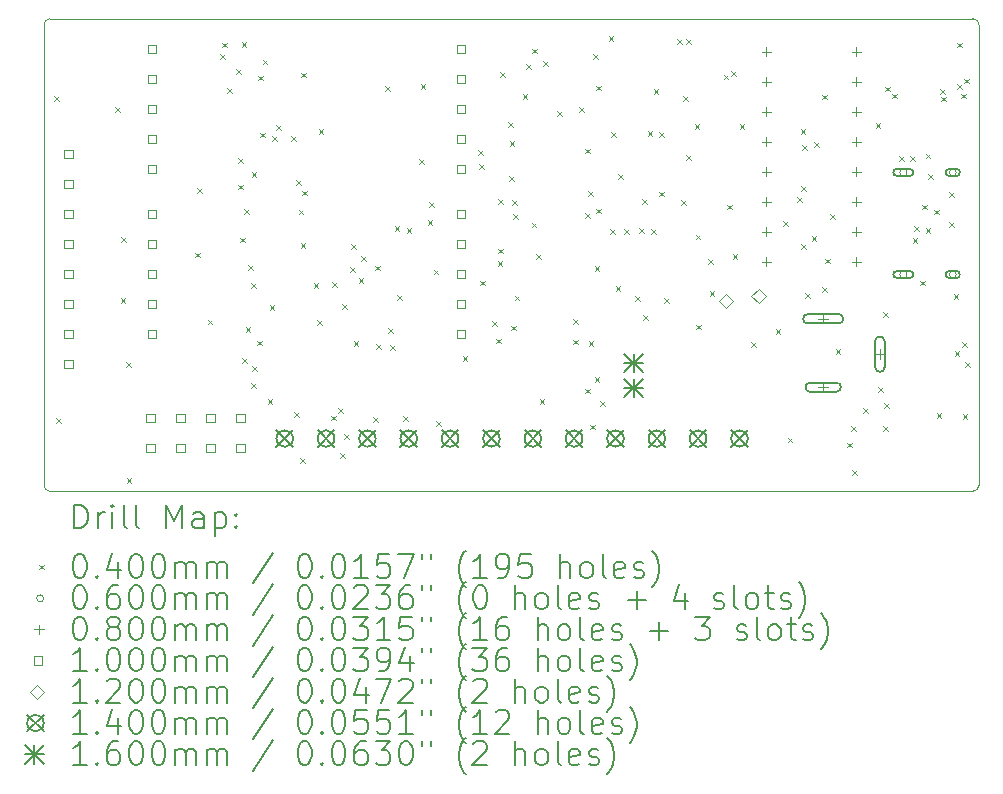
<source format=gbr>
%TF.GenerationSoftware,KiCad,Pcbnew,(6.0.10-0)*%
%TF.CreationDate,2023-02-14T22:29:47-06:00*%
%TF.ProjectId,spudglo_driver_v4p2,73707564-676c-46f5-9f64-72697665725f,rev?*%
%TF.SameCoordinates,Original*%
%TF.FileFunction,Drillmap*%
%TF.FilePolarity,Positive*%
%FSLAX45Y45*%
G04 Gerber Fmt 4.5, Leading zero omitted, Abs format (unit mm)*
G04 Created by KiCad (PCBNEW (6.0.10-0)) date 2023-02-14 22:29:47*
%MOMM*%
%LPD*%
G01*
G04 APERTURE LIST*
%ADD10C,0.050000*%
%ADD11C,0.200000*%
%ADD12C,0.040000*%
%ADD13C,0.060000*%
%ADD14C,0.080000*%
%ADD15C,0.100000*%
%ADD16C,0.120000*%
%ADD17C,0.140000*%
%ADD18C,0.160000*%
G04 APERTURE END LIST*
D10*
X27092000Y-8697000D02*
X27092000Y-8049400D01*
X27039000Y-8750000D02*
X26426800Y-8750000D01*
X19226000Y-4748200D02*
X27039000Y-4748200D01*
X27092007Y-4803000D02*
G75*
G03*
X27039000Y-4748200I-55347J-500D01*
G01*
X19226000Y-4748204D02*
G75*
G03*
X19176000Y-4799000I0J-50006D01*
G01*
X27092000Y-5450600D02*
X27092000Y-4803000D01*
X26426800Y-8750000D02*
X19225800Y-8750000D01*
X19175000Y-8051200D02*
X19175000Y-8701000D01*
X27092000Y-8049400D02*
X27092000Y-5450600D01*
X19175000Y-8051200D02*
X19175000Y-5449200D01*
X27039000Y-8750000D02*
G75*
G03*
X27092000Y-8697000I-2350J55350D01*
G01*
X19176000Y-4799000D02*
X19175000Y-5449200D01*
X19175004Y-8701000D02*
G75*
G03*
X19225800Y-8750000I50006J1010D01*
G01*
D11*
D12*
X19259000Y-5407000D02*
X19299000Y-5447000D01*
X19299000Y-5407000D02*
X19259000Y-5447000D01*
X19279000Y-8130000D02*
X19319000Y-8170000D01*
X19319000Y-8130000D02*
X19279000Y-8170000D01*
X19776000Y-5499000D02*
X19816000Y-5539000D01*
X19816000Y-5499000D02*
X19776000Y-5539000D01*
X19824000Y-7118000D02*
X19864000Y-7158000D01*
X19864000Y-7118000D02*
X19824000Y-7158000D01*
X19825000Y-6599000D02*
X19865000Y-6639000D01*
X19865000Y-6599000D02*
X19825000Y-6639000D01*
X19870000Y-7654000D02*
X19910000Y-7694000D01*
X19910000Y-7654000D02*
X19870000Y-7694000D01*
X19875000Y-8638000D02*
X19915000Y-8678000D01*
X19915000Y-8638000D02*
X19875000Y-8678000D01*
X20454000Y-6729000D02*
X20494000Y-6769000D01*
X20494000Y-6729000D02*
X20454000Y-6769000D01*
X20471000Y-6182000D02*
X20511000Y-6222000D01*
X20511000Y-6182000D02*
X20471000Y-6222000D01*
X20561000Y-7296000D02*
X20601000Y-7336000D01*
X20601000Y-7296000D02*
X20561000Y-7336000D01*
X20666242Y-5048804D02*
X20706242Y-5088804D01*
X20706242Y-5048804D02*
X20666242Y-5088804D01*
X20685783Y-4950783D02*
X20725783Y-4990783D01*
X20725783Y-4950783D02*
X20685783Y-4990783D01*
X20728000Y-5338000D02*
X20768000Y-5378000D01*
X20768000Y-5338000D02*
X20728000Y-5378000D01*
X20799000Y-5177000D02*
X20839000Y-5217000D01*
X20839000Y-5177000D02*
X20799000Y-5217000D01*
X20821000Y-5931000D02*
X20861000Y-5971000D01*
X20861000Y-5931000D02*
X20821000Y-5971000D01*
X20821000Y-6153000D02*
X20861000Y-6193000D01*
X20861000Y-6153000D02*
X20821000Y-6193000D01*
X20833000Y-6602000D02*
X20873000Y-6642000D01*
X20873000Y-6602000D02*
X20833000Y-6642000D01*
X20849000Y-4946000D02*
X20889000Y-4986000D01*
X20889000Y-4946000D02*
X20849000Y-4986000D01*
X20854000Y-7622000D02*
X20894000Y-7662000D01*
X20894000Y-7622000D02*
X20854000Y-7662000D01*
X20866455Y-6363995D02*
X20906455Y-6403995D01*
X20906455Y-6363995D02*
X20866455Y-6403995D01*
X20882000Y-7358000D02*
X20922000Y-7398000D01*
X20922000Y-7358000D02*
X20882000Y-7398000D01*
X20905000Y-6834000D02*
X20945000Y-6874000D01*
X20945000Y-6834000D02*
X20905000Y-6874000D01*
X20926000Y-6989000D02*
X20966000Y-7029000D01*
X20966000Y-6989000D02*
X20926000Y-7029000D01*
X20926450Y-7834000D02*
X20966450Y-7874000D01*
X20966450Y-7834000D02*
X20926450Y-7874000D01*
X20932500Y-6046500D02*
X20972500Y-6086500D01*
X20972500Y-6046500D02*
X20932500Y-6086500D01*
X20937000Y-7689000D02*
X20977000Y-7729000D01*
X20977000Y-7689000D02*
X20937000Y-7729000D01*
X20982000Y-7476000D02*
X21022000Y-7516000D01*
X21022000Y-7476000D02*
X20982000Y-7516000D01*
X20990450Y-5230550D02*
X21030450Y-5270550D01*
X21030450Y-5230550D02*
X20990450Y-5270550D01*
X21007000Y-5714000D02*
X21047000Y-5754000D01*
X21047000Y-5714000D02*
X21007000Y-5754000D01*
X21026000Y-5096000D02*
X21066000Y-5136000D01*
X21066000Y-5096000D02*
X21026000Y-5136000D01*
X21069050Y-7970000D02*
X21109050Y-8010000D01*
X21109050Y-7970000D02*
X21069050Y-8010000D01*
X21084000Y-7177000D02*
X21124000Y-7217000D01*
X21124000Y-7177000D02*
X21084000Y-7217000D01*
X21106500Y-5745500D02*
X21146500Y-5785500D01*
X21146500Y-5745500D02*
X21106500Y-5785500D01*
X21142000Y-5648000D02*
X21182000Y-5688000D01*
X21182000Y-5648000D02*
X21142000Y-5688000D01*
X21266000Y-5746550D02*
X21306000Y-5786550D01*
X21306000Y-5746550D02*
X21266000Y-5786550D01*
X21291000Y-8080000D02*
X21331000Y-8120000D01*
X21331000Y-8080000D02*
X21291000Y-8120000D01*
X21309000Y-6118000D02*
X21349000Y-6158000D01*
X21349000Y-6118000D02*
X21309000Y-6158000D01*
X21331000Y-6365000D02*
X21371000Y-6405000D01*
X21371000Y-6365000D02*
X21331000Y-6405000D01*
X21344000Y-8470000D02*
X21384000Y-8510000D01*
X21384000Y-8470000D02*
X21344000Y-8510000D01*
X21348000Y-6649000D02*
X21388000Y-6689000D01*
X21388000Y-6649000D02*
X21348000Y-6689000D01*
X21353000Y-5207000D02*
X21393000Y-5247000D01*
X21393000Y-5207000D02*
X21353000Y-5247000D01*
X21360000Y-6205000D02*
X21400000Y-6245000D01*
X21400000Y-6205000D02*
X21360000Y-6245000D01*
X21457000Y-6988000D02*
X21497000Y-7028000D01*
X21497000Y-6988000D02*
X21457000Y-7028000D01*
X21486000Y-7299000D02*
X21526000Y-7339000D01*
X21526000Y-7299000D02*
X21486000Y-7339000D01*
X21501000Y-5686000D02*
X21541000Y-5726000D01*
X21541000Y-5686000D02*
X21501000Y-5726000D01*
X21605000Y-8110000D02*
X21645000Y-8150000D01*
X21645000Y-8110000D02*
X21605000Y-8150000D01*
X21615000Y-6982000D02*
X21655000Y-7022000D01*
X21655000Y-6982000D02*
X21615000Y-7022000D01*
X21667000Y-8048000D02*
X21707000Y-8088000D01*
X21707000Y-8048000D02*
X21667000Y-8088000D01*
X21684000Y-8427550D02*
X21724000Y-8467550D01*
X21724000Y-8427550D02*
X21684000Y-8467550D01*
X21700000Y-7166000D02*
X21740000Y-7206000D01*
X21740000Y-7166000D02*
X21700000Y-7206000D01*
X21717569Y-8263569D02*
X21757569Y-8303569D01*
X21757569Y-8263569D02*
X21717569Y-8303569D01*
X21769750Y-6850750D02*
X21809750Y-6890750D01*
X21809750Y-6850750D02*
X21769750Y-6890750D01*
X21774000Y-6659000D02*
X21814000Y-6699000D01*
X21814000Y-6659000D02*
X21774000Y-6699000D01*
X21797000Y-7481000D02*
X21837000Y-7521000D01*
X21837000Y-7481000D02*
X21797000Y-7521000D01*
X21839328Y-6948257D02*
X21879328Y-6988257D01*
X21879328Y-6948257D02*
X21839328Y-6988257D01*
X21858000Y-6759000D02*
X21898000Y-6799000D01*
X21898000Y-6759000D02*
X21858000Y-6799000D01*
X21963299Y-8120299D02*
X22003299Y-8160299D01*
X22003299Y-8120299D02*
X21963299Y-8160299D01*
X21977000Y-6839000D02*
X22017000Y-6879000D01*
X22017000Y-6839000D02*
X21977000Y-6879000D01*
X21987000Y-7503000D02*
X22027000Y-7543000D01*
X22027000Y-7503000D02*
X21987000Y-7543000D01*
X22064570Y-5322430D02*
X22104570Y-5362430D01*
X22104570Y-5322430D02*
X22064570Y-5362430D01*
X22091000Y-7370000D02*
X22131000Y-7410000D01*
X22131000Y-7370000D02*
X22091000Y-7410000D01*
X22103000Y-7513000D02*
X22143000Y-7553000D01*
X22143000Y-7513000D02*
X22103000Y-7553000D01*
X22144000Y-6503000D02*
X22184000Y-6543000D01*
X22184000Y-6503000D02*
X22144000Y-6543000D01*
X22165000Y-7088000D02*
X22205000Y-7128000D01*
X22205000Y-7088000D02*
X22165000Y-7128000D01*
X22216000Y-8115000D02*
X22256000Y-8155000D01*
X22256000Y-8115000D02*
X22216000Y-8155000D01*
X22246000Y-6521000D02*
X22286000Y-6561000D01*
X22286000Y-6521000D02*
X22246000Y-6561000D01*
X22350000Y-5937000D02*
X22390000Y-5977000D01*
X22390000Y-5937000D02*
X22350000Y-5977000D01*
X22364000Y-5305000D02*
X22404000Y-5345000D01*
X22404000Y-5305000D02*
X22364000Y-5345000D01*
X22422000Y-6455000D02*
X22462000Y-6495000D01*
X22462000Y-6455000D02*
X22422000Y-6495000D01*
X22436000Y-6303000D02*
X22476000Y-6343000D01*
X22476000Y-6303000D02*
X22436000Y-6343000D01*
X22473450Y-6874230D02*
X22513450Y-6914230D01*
X22513450Y-6874230D02*
X22473450Y-6914230D01*
X22496813Y-8156203D02*
X22536813Y-8196203D01*
X22536813Y-8156203D02*
X22496813Y-8196203D01*
X22718785Y-7607394D02*
X22758785Y-7647394D01*
X22758785Y-7607394D02*
X22718785Y-7647394D01*
X22853000Y-5864000D02*
X22893000Y-5904000D01*
X22893000Y-5864000D02*
X22853000Y-5904000D01*
X22857000Y-5982000D02*
X22897000Y-6022000D01*
X22897000Y-5982000D02*
X22857000Y-6022000D01*
X22870000Y-6966000D02*
X22910000Y-7006000D01*
X22910000Y-6966000D02*
X22870000Y-7006000D01*
X22971000Y-7308000D02*
X23011000Y-7348000D01*
X23011000Y-7308000D02*
X22971000Y-7348000D01*
X23001000Y-7459000D02*
X23041000Y-7499000D01*
X23041000Y-7459000D02*
X23001000Y-7499000D01*
X23016000Y-6800000D02*
X23056000Y-6840000D01*
X23056000Y-6800000D02*
X23016000Y-6840000D01*
X23017000Y-6696000D02*
X23057000Y-6736000D01*
X23057000Y-6696000D02*
X23017000Y-6736000D01*
X23022000Y-6275000D02*
X23062000Y-6315000D01*
X23062000Y-6275000D02*
X23022000Y-6315000D01*
X23034000Y-5201000D02*
X23074000Y-5241000D01*
X23074000Y-5201000D02*
X23034000Y-5241000D01*
X23103594Y-5623591D02*
X23143594Y-5663591D01*
X23143594Y-5623591D02*
X23103594Y-5663591D01*
X23110000Y-6082000D02*
X23150000Y-6122000D01*
X23150000Y-6082000D02*
X23110000Y-6122000D01*
X23117000Y-5788000D02*
X23157000Y-5828000D01*
X23157000Y-5788000D02*
X23117000Y-5828000D01*
X23127000Y-7349000D02*
X23167000Y-7389000D01*
X23167000Y-7349000D02*
X23127000Y-7389000D01*
X23138000Y-6286000D02*
X23178000Y-6326000D01*
X23178000Y-6286000D02*
X23138000Y-6326000D01*
X23145000Y-6405000D02*
X23185000Y-6445000D01*
X23185000Y-6405000D02*
X23145000Y-6445000D01*
X23159000Y-7094000D02*
X23199000Y-7134000D01*
X23199000Y-7094000D02*
X23159000Y-7134000D01*
X23227000Y-5385000D02*
X23267000Y-5425000D01*
X23267000Y-5385000D02*
X23227000Y-5425000D01*
X23258000Y-5135000D02*
X23298000Y-5175000D01*
X23298000Y-5135000D02*
X23258000Y-5175000D01*
X23302500Y-6475500D02*
X23342500Y-6515500D01*
X23342500Y-6475500D02*
X23302500Y-6515500D01*
X23305303Y-5001707D02*
X23345303Y-5041707D01*
X23345303Y-5001707D02*
X23305303Y-5041707D01*
X23340000Y-6741000D02*
X23380000Y-6781000D01*
X23380000Y-6741000D02*
X23340000Y-6781000D01*
X23370000Y-7970000D02*
X23410000Y-8010000D01*
X23410000Y-7970000D02*
X23370000Y-8010000D01*
X23402000Y-5110000D02*
X23442000Y-5150000D01*
X23442000Y-5110000D02*
X23402000Y-5150000D01*
X23518000Y-5534000D02*
X23558000Y-5574000D01*
X23558000Y-5534000D02*
X23518000Y-5574000D01*
X23654000Y-7292000D02*
X23694000Y-7332000D01*
X23694000Y-7292000D02*
X23654000Y-7332000D01*
X23657000Y-7467000D02*
X23697000Y-7507000D01*
X23697000Y-7467000D02*
X23657000Y-7507000D01*
X23706000Y-5495000D02*
X23746000Y-5535000D01*
X23746000Y-5495000D02*
X23706000Y-5535000D01*
X23757000Y-6398000D02*
X23797000Y-6438000D01*
X23797000Y-6398000D02*
X23757000Y-6438000D01*
X23758000Y-7882000D02*
X23798000Y-7922000D01*
X23798000Y-7882000D02*
X23758000Y-7922000D01*
X23759000Y-5850000D02*
X23799000Y-5890000D01*
X23799000Y-5850000D02*
X23759000Y-5890000D01*
X23784000Y-6208000D02*
X23824000Y-6248000D01*
X23824000Y-6208000D02*
X23784000Y-6248000D01*
X23786000Y-7480000D02*
X23826000Y-7520000D01*
X23826000Y-7480000D02*
X23786000Y-7520000D01*
X23800000Y-8185000D02*
X23840000Y-8225000D01*
X23840000Y-8185000D02*
X23800000Y-8225000D01*
X23827000Y-5048050D02*
X23867000Y-5088050D01*
X23867000Y-5048050D02*
X23827000Y-5088050D01*
X23836362Y-7786362D02*
X23876362Y-7826362D01*
X23876362Y-7786362D02*
X23836362Y-7826362D01*
X23837000Y-6846000D02*
X23877000Y-6886000D01*
X23877000Y-6846000D02*
X23837000Y-6886000D01*
X23848209Y-6357123D02*
X23888209Y-6397123D01*
X23888209Y-6357123D02*
X23848209Y-6397123D01*
X23850574Y-5316450D02*
X23890574Y-5356450D01*
X23890574Y-5316450D02*
X23850574Y-5356450D01*
X23883000Y-7988050D02*
X23923000Y-8028050D01*
X23923000Y-7988050D02*
X23883000Y-8028050D01*
X23954326Y-4899674D02*
X23994326Y-4939674D01*
X23994326Y-4899674D02*
X23954326Y-4939674D01*
X23971000Y-6528000D02*
X24011000Y-6568000D01*
X24011000Y-6528000D02*
X23971000Y-6568000D01*
X23976000Y-5709000D02*
X24016000Y-5749000D01*
X24016000Y-5709000D02*
X23976000Y-5749000D01*
X24015000Y-7016000D02*
X24055000Y-7056000D01*
X24055000Y-7016000D02*
X24015000Y-7056000D01*
X24037592Y-6062408D02*
X24077592Y-6102408D01*
X24077592Y-6062408D02*
X24037592Y-6102408D01*
X24087486Y-6531486D02*
X24127486Y-6571486D01*
X24127486Y-6531486D02*
X24087486Y-6571486D01*
X24181000Y-7100000D02*
X24221000Y-7140000D01*
X24221000Y-7100000D02*
X24181000Y-7140000D01*
X24216265Y-6525450D02*
X24256265Y-6565450D01*
X24256265Y-6525450D02*
X24216265Y-6565450D01*
X24241000Y-6279000D02*
X24281000Y-6319000D01*
X24281000Y-6279000D02*
X24241000Y-6319000D01*
X24248000Y-7262000D02*
X24288000Y-7302000D01*
X24288000Y-7262000D02*
X24248000Y-7302000D01*
X24285000Y-5701000D02*
X24325000Y-5741000D01*
X24325000Y-5701000D02*
X24285000Y-5741000D01*
X24316000Y-6532000D02*
X24356000Y-6572000D01*
X24356000Y-6532000D02*
X24316000Y-6572000D01*
X24336000Y-5345000D02*
X24376000Y-5385000D01*
X24376000Y-5345000D02*
X24336000Y-5385000D01*
X24381495Y-6214505D02*
X24421495Y-6254505D01*
X24421495Y-6214505D02*
X24381495Y-6254505D01*
X24384696Y-5708121D02*
X24424696Y-5748121D01*
X24424696Y-5708121D02*
X24384696Y-5748121D01*
X24427000Y-7118000D02*
X24467000Y-7158000D01*
X24467000Y-7118000D02*
X24427000Y-7158000D01*
X24537465Y-4920050D02*
X24577465Y-4960050D01*
X24577465Y-4920050D02*
X24537465Y-4960050D01*
X24569000Y-6287000D02*
X24609000Y-6327000D01*
X24609000Y-6287000D02*
X24569000Y-6327000D01*
X24584500Y-5403500D02*
X24624500Y-5443500D01*
X24624500Y-5403500D02*
X24584500Y-5443500D01*
X24611000Y-5906000D02*
X24651000Y-5946000D01*
X24651000Y-5906000D02*
X24611000Y-5946000D01*
X24614000Y-4920050D02*
X24654000Y-4960050D01*
X24654000Y-4920050D02*
X24614000Y-4960050D01*
X24684000Y-5641000D02*
X24724000Y-5681000D01*
X24724000Y-5641000D02*
X24684000Y-5681000D01*
X24693000Y-6576750D02*
X24733000Y-6616750D01*
X24733000Y-6576750D02*
X24693000Y-6616750D01*
X24694000Y-7340000D02*
X24734000Y-7380000D01*
X24734000Y-7340000D02*
X24694000Y-7380000D01*
X24796000Y-6787000D02*
X24836000Y-6827000D01*
X24836000Y-6787000D02*
X24796000Y-6827000D01*
X24810000Y-7056000D02*
X24850000Y-7096000D01*
X24850000Y-7056000D02*
X24810000Y-7096000D01*
X24928000Y-5223000D02*
X24968000Y-5263000D01*
X24968000Y-5223000D02*
X24928000Y-5263000D01*
X24957000Y-6323000D02*
X24997000Y-6363000D01*
X24997000Y-6323000D02*
X24957000Y-6363000D01*
X24993696Y-5192950D02*
X25033696Y-5232950D01*
X25033696Y-5192950D02*
X24993696Y-5232950D01*
X25006000Y-6741000D02*
X25046000Y-6781000D01*
X25046000Y-6741000D02*
X25006000Y-6781000D01*
X25064000Y-5644000D02*
X25104000Y-5684000D01*
X25104000Y-5644000D02*
X25064000Y-5684000D01*
X25163000Y-7486050D02*
X25203000Y-7526050D01*
X25203000Y-7486050D02*
X25163000Y-7526050D01*
X25370008Y-7379008D02*
X25410008Y-7419008D01*
X25410008Y-7379008D02*
X25370008Y-7419008D01*
X25435473Y-6463527D02*
X25475473Y-6503527D01*
X25475473Y-6463527D02*
X25435473Y-6503527D01*
X25472000Y-8296000D02*
X25512000Y-8336000D01*
X25512000Y-8296000D02*
X25472000Y-8336000D01*
X25553000Y-6263000D02*
X25593000Y-6303000D01*
X25593000Y-6263000D02*
X25553000Y-6303000D01*
X25582000Y-5685000D02*
X25622000Y-5725000D01*
X25622000Y-5685000D02*
X25582000Y-5725000D01*
X25582310Y-6657690D02*
X25622310Y-6697690D01*
X25622310Y-6657690D02*
X25582310Y-6697690D01*
X25585592Y-6168408D02*
X25625592Y-6208408D01*
X25625592Y-6168408D02*
X25585592Y-6208408D01*
X25591346Y-5818113D02*
X25631346Y-5858113D01*
X25631346Y-5818113D02*
X25591346Y-5858113D01*
X25620000Y-7072000D02*
X25660000Y-7112000D01*
X25660000Y-7072000D02*
X25620000Y-7112000D01*
X25673950Y-6592863D02*
X25713950Y-6632863D01*
X25713950Y-6592863D02*
X25673950Y-6632863D01*
X25695000Y-5793000D02*
X25735000Y-5833000D01*
X25735000Y-5793000D02*
X25695000Y-5833000D01*
X25762000Y-5392000D02*
X25802000Y-5432000D01*
X25802000Y-5392000D02*
X25762000Y-5432000D01*
X25763341Y-7024930D02*
X25803341Y-7064930D01*
X25803341Y-7024930D02*
X25763341Y-7064930D01*
X25786000Y-6780000D02*
X25826000Y-6820000D01*
X25826000Y-6780000D02*
X25786000Y-6820000D01*
X25832946Y-6403168D02*
X25872946Y-6443168D01*
X25872946Y-6403168D02*
X25832946Y-6443168D01*
X25878000Y-7549000D02*
X25918000Y-7589000D01*
X25918000Y-7549000D02*
X25878000Y-7589000D01*
X25972000Y-8338000D02*
X26012000Y-8378000D01*
X26012000Y-8338000D02*
X25972000Y-8378000D01*
X26008500Y-8200950D02*
X26048500Y-8240950D01*
X26048500Y-8200950D02*
X26008500Y-8240950D01*
X26018000Y-8574000D02*
X26058000Y-8614000D01*
X26058000Y-8574000D02*
X26018000Y-8614000D01*
X26109300Y-8043700D02*
X26149300Y-8083700D01*
X26149300Y-8043700D02*
X26109300Y-8083700D01*
X26216000Y-5635000D02*
X26256000Y-5675000D01*
X26256000Y-5635000D02*
X26216000Y-5675000D01*
X26238000Y-7869000D02*
X26278000Y-7909000D01*
X26278000Y-7869000D02*
X26238000Y-7909000D01*
X26276545Y-7233995D02*
X26316545Y-7273995D01*
X26316545Y-7233995D02*
X26276545Y-7273995D01*
X26277000Y-8196000D02*
X26317000Y-8236000D01*
X26317000Y-8196000D02*
X26277000Y-8236000D01*
X26289500Y-8006500D02*
X26329500Y-8046500D01*
X26329500Y-8006500D02*
X26289500Y-8046500D01*
X26297000Y-5325000D02*
X26337000Y-5365000D01*
X26337000Y-5325000D02*
X26297000Y-5365000D01*
X26355500Y-5383500D02*
X26395500Y-5423500D01*
X26395500Y-5383500D02*
X26355500Y-5423500D01*
X26412000Y-5911000D02*
X26452000Y-5951000D01*
X26452000Y-5911000D02*
X26412000Y-5951000D01*
X26511000Y-5911000D02*
X26551000Y-5951000D01*
X26551000Y-5911000D02*
X26511000Y-5951000D01*
X26528723Y-6605130D02*
X26568723Y-6645130D01*
X26568723Y-6605130D02*
X26528723Y-6645130D01*
X26541111Y-6505951D02*
X26581111Y-6545951D01*
X26581111Y-6505951D02*
X26541111Y-6545951D01*
X26595000Y-6967000D02*
X26635000Y-7007000D01*
X26635000Y-6967000D02*
X26595000Y-7007000D01*
X26610487Y-6323437D02*
X26650487Y-6363437D01*
X26650487Y-6323437D02*
X26610487Y-6363437D01*
X26639000Y-5891000D02*
X26679000Y-5931000D01*
X26679000Y-5891000D02*
X26639000Y-5931000D01*
X26639785Y-6521869D02*
X26679785Y-6561869D01*
X26679785Y-6521869D02*
X26639785Y-6561869D01*
X26659000Y-6068000D02*
X26699000Y-6108000D01*
X26699000Y-6068000D02*
X26659000Y-6108000D01*
X26712462Y-6366538D02*
X26752462Y-6406538D01*
X26752462Y-6366538D02*
X26712462Y-6406538D01*
X26732000Y-8091000D02*
X26772000Y-8131000D01*
X26772000Y-8091000D02*
X26732000Y-8131000D01*
X26763000Y-5343000D02*
X26803000Y-5383000D01*
X26803000Y-5343000D02*
X26763000Y-5383000D01*
X26767750Y-5408250D02*
X26807750Y-5448250D01*
X26807750Y-5408250D02*
X26767750Y-5448250D01*
X26838000Y-6469000D02*
X26878000Y-6509000D01*
X26878000Y-6469000D02*
X26838000Y-6509000D01*
X26841000Y-6215450D02*
X26881000Y-6255450D01*
X26881000Y-6215450D02*
X26841000Y-6255450D01*
X26877250Y-7080750D02*
X26917250Y-7120750D01*
X26917250Y-7080750D02*
X26877250Y-7120750D01*
X26884000Y-7565000D02*
X26924000Y-7605000D01*
X26924000Y-7565000D02*
X26884000Y-7605000D01*
X26906000Y-4953000D02*
X26946000Y-4993000D01*
X26946000Y-4953000D02*
X26906000Y-4993000D01*
X26906000Y-5304000D02*
X26946000Y-5344000D01*
X26946000Y-5304000D02*
X26906000Y-5344000D01*
X26940250Y-5383750D02*
X26980250Y-5423750D01*
X26980250Y-5383750D02*
X26940250Y-5423750D01*
X26951000Y-7485000D02*
X26991000Y-7525000D01*
X26991000Y-7485000D02*
X26951000Y-7525000D01*
X26952000Y-8095000D02*
X26992000Y-8135000D01*
X26992000Y-8095000D02*
X26952000Y-8135000D01*
X26963000Y-5257000D02*
X27003000Y-5297000D01*
X27003000Y-5257000D02*
X26963000Y-5297000D01*
X26976000Y-7659000D02*
X27016000Y-7699000D01*
X27016000Y-7659000D02*
X26976000Y-7699000D01*
D13*
X26481000Y-6051000D02*
G75*
G03*
X26481000Y-6051000I-30000J0D01*
G01*
D11*
X26396000Y-6081000D02*
X26506000Y-6081000D01*
X26396000Y-6021000D02*
X26506000Y-6021000D01*
X26506000Y-6081000D02*
G75*
G03*
X26506000Y-6021000I0J30000D01*
G01*
X26396000Y-6021000D02*
G75*
G03*
X26396000Y-6081000I0J-30000D01*
G01*
D13*
X26481000Y-6915000D02*
G75*
G03*
X26481000Y-6915000I-30000J0D01*
G01*
D11*
X26396000Y-6945000D02*
X26506000Y-6945000D01*
X26396000Y-6885000D02*
X26506000Y-6885000D01*
X26506000Y-6945000D02*
G75*
G03*
X26506000Y-6885000I0J30000D01*
G01*
X26396000Y-6885000D02*
G75*
G03*
X26396000Y-6945000I0J-30000D01*
G01*
D13*
X26899000Y-6051000D02*
G75*
G03*
X26899000Y-6051000I-30000J0D01*
G01*
D11*
X26839000Y-6081000D02*
X26899000Y-6081000D01*
X26839000Y-6021000D02*
X26899000Y-6021000D01*
X26899000Y-6081000D02*
G75*
G03*
X26899000Y-6021000I0J30000D01*
G01*
X26839000Y-6021000D02*
G75*
G03*
X26839000Y-6081000I0J-30000D01*
G01*
D13*
X26899000Y-6915000D02*
G75*
G03*
X26899000Y-6915000I-30000J0D01*
G01*
D11*
X26839000Y-6945000D02*
X26899000Y-6945000D01*
X26839000Y-6885000D02*
X26899000Y-6885000D01*
X26899000Y-6945000D02*
G75*
G03*
X26899000Y-6885000I0J30000D01*
G01*
X26839000Y-6885000D02*
G75*
G03*
X26839000Y-6945000I0J-30000D01*
G01*
D14*
X25290000Y-4988000D02*
X25290000Y-5068000D01*
X25250000Y-5028000D02*
X25330000Y-5028000D01*
X25290000Y-5242000D02*
X25290000Y-5322000D01*
X25250000Y-5282000D02*
X25330000Y-5282000D01*
X25290000Y-5496000D02*
X25290000Y-5576000D01*
X25250000Y-5536000D02*
X25330000Y-5536000D01*
X25290000Y-5750000D02*
X25290000Y-5830000D01*
X25250000Y-5790000D02*
X25330000Y-5790000D01*
X25290000Y-6004000D02*
X25290000Y-6084000D01*
X25250000Y-6044000D02*
X25330000Y-6044000D01*
X25290000Y-6258000D02*
X25290000Y-6338000D01*
X25250000Y-6298000D02*
X25330000Y-6298000D01*
X25290000Y-6512000D02*
X25290000Y-6592000D01*
X25250000Y-6552000D02*
X25330000Y-6552000D01*
X25290000Y-6766000D02*
X25290000Y-6846000D01*
X25250000Y-6806000D02*
X25330000Y-6806000D01*
X25771800Y-7249800D02*
X25771800Y-7329800D01*
X25731800Y-7289800D02*
X25811800Y-7289800D01*
D11*
X25641800Y-7329800D02*
X25901800Y-7329800D01*
X25641800Y-7249800D02*
X25901800Y-7249800D01*
X25901800Y-7329800D02*
G75*
G03*
X25901800Y-7249800I0J40000D01*
G01*
X25641800Y-7249800D02*
G75*
G03*
X25641800Y-7329800I0J-40000D01*
G01*
D14*
X25771800Y-7829800D02*
X25771800Y-7909800D01*
X25731800Y-7869800D02*
X25811800Y-7869800D01*
D11*
X25661800Y-7909800D02*
X25881800Y-7909800D01*
X25661800Y-7829800D02*
X25881800Y-7829800D01*
X25881800Y-7909800D02*
G75*
G03*
X25881800Y-7829800I0J40000D01*
G01*
X25661800Y-7829800D02*
G75*
G03*
X25661800Y-7909800I0J-40000D01*
G01*
D14*
X26052000Y-4988000D02*
X26052000Y-5068000D01*
X26012000Y-5028000D02*
X26092000Y-5028000D01*
X26052000Y-5242000D02*
X26052000Y-5322000D01*
X26012000Y-5282000D02*
X26092000Y-5282000D01*
X26052000Y-5496000D02*
X26052000Y-5576000D01*
X26012000Y-5536000D02*
X26092000Y-5536000D01*
X26052000Y-5750000D02*
X26052000Y-5830000D01*
X26012000Y-5790000D02*
X26092000Y-5790000D01*
X26052000Y-6004000D02*
X26052000Y-6084000D01*
X26012000Y-6044000D02*
X26092000Y-6044000D01*
X26052000Y-6258000D02*
X26052000Y-6338000D01*
X26012000Y-6298000D02*
X26092000Y-6298000D01*
X26052000Y-6512000D02*
X26052000Y-6592000D01*
X26012000Y-6552000D02*
X26092000Y-6552000D01*
X26052000Y-6766000D02*
X26052000Y-6846000D01*
X26012000Y-6806000D02*
X26092000Y-6806000D01*
X26251800Y-7549800D02*
X26251800Y-7629800D01*
X26211800Y-7589800D02*
X26291800Y-7589800D01*
D11*
X26291800Y-7699800D02*
X26291800Y-7479800D01*
X26211800Y-7699800D02*
X26211800Y-7479800D01*
X26291800Y-7479800D02*
G75*
G03*
X26211800Y-7479800I-40000J0D01*
G01*
X26211800Y-7699800D02*
G75*
G03*
X26291800Y-7699800I40000J0D01*
G01*
D15*
X19418356Y-5928356D02*
X19418356Y-5857644D01*
X19347644Y-5857644D01*
X19347644Y-5928356D01*
X19418356Y-5928356D01*
X19418356Y-6182356D02*
X19418356Y-6111644D01*
X19347644Y-6111644D01*
X19347644Y-6182356D01*
X19418356Y-6182356D01*
X19418356Y-6436356D02*
X19418356Y-6365644D01*
X19347644Y-6365644D01*
X19347644Y-6436356D01*
X19418356Y-6436356D01*
X19418356Y-6690356D02*
X19418356Y-6619644D01*
X19347644Y-6619644D01*
X19347644Y-6690356D01*
X19418356Y-6690356D01*
X19418356Y-6944356D02*
X19418356Y-6873644D01*
X19347644Y-6873644D01*
X19347644Y-6944356D01*
X19418356Y-6944356D01*
X19418356Y-7198356D02*
X19418356Y-7127644D01*
X19347644Y-7127644D01*
X19347644Y-7198356D01*
X19418356Y-7198356D01*
X19418356Y-7452356D02*
X19418356Y-7381644D01*
X19347644Y-7381644D01*
X19347644Y-7452356D01*
X19418356Y-7452356D01*
X19418356Y-7706356D02*
X19418356Y-7635644D01*
X19347644Y-7635644D01*
X19347644Y-7706356D01*
X19418356Y-7706356D01*
X20110356Y-8166356D02*
X20110356Y-8095644D01*
X20039644Y-8095644D01*
X20039644Y-8166356D01*
X20110356Y-8166356D01*
X20110356Y-8420356D02*
X20110356Y-8349644D01*
X20039644Y-8349644D01*
X20039644Y-8420356D01*
X20110356Y-8420356D01*
X20126756Y-5039156D02*
X20126756Y-4968444D01*
X20056044Y-4968444D01*
X20056044Y-5039156D01*
X20126756Y-5039156D01*
X20126756Y-5293156D02*
X20126756Y-5222444D01*
X20056044Y-5222444D01*
X20056044Y-5293156D01*
X20126756Y-5293156D01*
X20126756Y-5547156D02*
X20126756Y-5476444D01*
X20056044Y-5476444D01*
X20056044Y-5547156D01*
X20126756Y-5547156D01*
X20126756Y-5801156D02*
X20126756Y-5730444D01*
X20056044Y-5730444D01*
X20056044Y-5801156D01*
X20126756Y-5801156D01*
X20126756Y-6055156D02*
X20126756Y-5984444D01*
X20056044Y-5984444D01*
X20056044Y-6055156D01*
X20126756Y-6055156D01*
X20126756Y-6436156D02*
X20126756Y-6365444D01*
X20056044Y-6365444D01*
X20056044Y-6436156D01*
X20126756Y-6436156D01*
X20126756Y-6690156D02*
X20126756Y-6619444D01*
X20056044Y-6619444D01*
X20056044Y-6690156D01*
X20126756Y-6690156D01*
X20126756Y-6944156D02*
X20126756Y-6873444D01*
X20056044Y-6873444D01*
X20056044Y-6944156D01*
X20126756Y-6944156D01*
X20126756Y-7198156D02*
X20126756Y-7127444D01*
X20056044Y-7127444D01*
X20056044Y-7198156D01*
X20126756Y-7198156D01*
X20126756Y-7452156D02*
X20126756Y-7381444D01*
X20056044Y-7381444D01*
X20056044Y-7452156D01*
X20126756Y-7452156D01*
X20364356Y-8166356D02*
X20364356Y-8095644D01*
X20293644Y-8095644D01*
X20293644Y-8166356D01*
X20364356Y-8166356D01*
X20364356Y-8420356D02*
X20364356Y-8349644D01*
X20293644Y-8349644D01*
X20293644Y-8420356D01*
X20364356Y-8420356D01*
X20618356Y-8166356D02*
X20618356Y-8095644D01*
X20547644Y-8095644D01*
X20547644Y-8166356D01*
X20618356Y-8166356D01*
X20618356Y-8420356D02*
X20618356Y-8349644D01*
X20547644Y-8349644D01*
X20547644Y-8420356D01*
X20618356Y-8420356D01*
X20872356Y-8166356D02*
X20872356Y-8095644D01*
X20801644Y-8095644D01*
X20801644Y-8166356D01*
X20872356Y-8166356D01*
X20872356Y-8420356D02*
X20872356Y-8349644D01*
X20801644Y-8349644D01*
X20801644Y-8420356D01*
X20872356Y-8420356D01*
X22742956Y-5039156D02*
X22742956Y-4968444D01*
X22672244Y-4968444D01*
X22672244Y-5039156D01*
X22742956Y-5039156D01*
X22742956Y-5293156D02*
X22742956Y-5222444D01*
X22672244Y-5222444D01*
X22672244Y-5293156D01*
X22742956Y-5293156D01*
X22742956Y-5547156D02*
X22742956Y-5476444D01*
X22672244Y-5476444D01*
X22672244Y-5547156D01*
X22742956Y-5547156D01*
X22742956Y-5801156D02*
X22742956Y-5730444D01*
X22672244Y-5730444D01*
X22672244Y-5801156D01*
X22742956Y-5801156D01*
X22742956Y-6055156D02*
X22742956Y-5984444D01*
X22672244Y-5984444D01*
X22672244Y-6055156D01*
X22742956Y-6055156D01*
X22742956Y-6436156D02*
X22742956Y-6365444D01*
X22672244Y-6365444D01*
X22672244Y-6436156D01*
X22742956Y-6436156D01*
X22742956Y-6690156D02*
X22742956Y-6619444D01*
X22672244Y-6619444D01*
X22672244Y-6690156D01*
X22742956Y-6690156D01*
X22742956Y-6944156D02*
X22742956Y-6873444D01*
X22672244Y-6873444D01*
X22672244Y-6944156D01*
X22742956Y-6944156D01*
X22742956Y-7198156D02*
X22742956Y-7127444D01*
X22672244Y-7127444D01*
X22672244Y-7198156D01*
X22742956Y-7198156D01*
X22742956Y-7452156D02*
X22742956Y-7381444D01*
X22672244Y-7381444D01*
X22672244Y-7452156D01*
X22742956Y-7452156D01*
D16*
X24947000Y-7199000D02*
X25007000Y-7139000D01*
X24947000Y-7079000D01*
X24887000Y-7139000D01*
X24947000Y-7199000D01*
X25224450Y-7157947D02*
X25284450Y-7097947D01*
X25224450Y-7037947D01*
X25164450Y-7097947D01*
X25224450Y-7157947D01*
D17*
X21143000Y-8234000D02*
X21283000Y-8374000D01*
X21283000Y-8234000D02*
X21143000Y-8374000D01*
X21283000Y-8304000D02*
G75*
G03*
X21283000Y-8304000I-70000J0D01*
G01*
X21493000Y-8234000D02*
X21633000Y-8374000D01*
X21633000Y-8234000D02*
X21493000Y-8374000D01*
X21633000Y-8304000D02*
G75*
G03*
X21633000Y-8304000I-70000J0D01*
G01*
X21843000Y-8234000D02*
X21983000Y-8374000D01*
X21983000Y-8234000D02*
X21843000Y-8374000D01*
X21983000Y-8304000D02*
G75*
G03*
X21983000Y-8304000I-70000J0D01*
G01*
X22193000Y-8234000D02*
X22333000Y-8374000D01*
X22333000Y-8234000D02*
X22193000Y-8374000D01*
X22333000Y-8304000D02*
G75*
G03*
X22333000Y-8304000I-70000J0D01*
G01*
X22543000Y-8234000D02*
X22683000Y-8374000D01*
X22683000Y-8234000D02*
X22543000Y-8374000D01*
X22683000Y-8304000D02*
G75*
G03*
X22683000Y-8304000I-70000J0D01*
G01*
X22893000Y-8234000D02*
X23033000Y-8374000D01*
X23033000Y-8234000D02*
X22893000Y-8374000D01*
X23033000Y-8304000D02*
G75*
G03*
X23033000Y-8304000I-70000J0D01*
G01*
X23243000Y-8234000D02*
X23383000Y-8374000D01*
X23383000Y-8234000D02*
X23243000Y-8374000D01*
X23383000Y-8304000D02*
G75*
G03*
X23383000Y-8304000I-70000J0D01*
G01*
X23593000Y-8234000D02*
X23733000Y-8374000D01*
X23733000Y-8234000D02*
X23593000Y-8374000D01*
X23733000Y-8304000D02*
G75*
G03*
X23733000Y-8304000I-70000J0D01*
G01*
X23943000Y-8234000D02*
X24083000Y-8374000D01*
X24083000Y-8234000D02*
X23943000Y-8374000D01*
X24083000Y-8304000D02*
G75*
G03*
X24083000Y-8304000I-70000J0D01*
G01*
X24293000Y-8234000D02*
X24433000Y-8374000D01*
X24433000Y-8234000D02*
X24293000Y-8374000D01*
X24433000Y-8304000D02*
G75*
G03*
X24433000Y-8304000I-70000J0D01*
G01*
X24643000Y-8234000D02*
X24783000Y-8374000D01*
X24783000Y-8234000D02*
X24643000Y-8374000D01*
X24783000Y-8304000D02*
G75*
G03*
X24783000Y-8304000I-70000J0D01*
G01*
X24993000Y-8234000D02*
X25133000Y-8374000D01*
X25133000Y-8234000D02*
X24993000Y-8374000D01*
X25133000Y-8304000D02*
G75*
G03*
X25133000Y-8304000I-70000J0D01*
G01*
D18*
X24086000Y-7584000D02*
X24246000Y-7744000D01*
X24246000Y-7584000D02*
X24086000Y-7744000D01*
X24166000Y-7584000D02*
X24166000Y-7744000D01*
X24086000Y-7664000D02*
X24246000Y-7664000D01*
X24086000Y-7796000D02*
X24246000Y-7956000D01*
X24246000Y-7796000D02*
X24086000Y-7956000D01*
X24166000Y-7796000D02*
X24166000Y-7956000D01*
X24086000Y-7876000D02*
X24246000Y-7876000D01*
D11*
X19430119Y-9062982D02*
X19430119Y-8862982D01*
X19477738Y-8862982D01*
X19506310Y-8872506D01*
X19525357Y-8891554D01*
X19534881Y-8910601D01*
X19544405Y-8948697D01*
X19544405Y-8977268D01*
X19534881Y-9015363D01*
X19525357Y-9034411D01*
X19506310Y-9053459D01*
X19477738Y-9062982D01*
X19430119Y-9062982D01*
X19630119Y-9062982D02*
X19630119Y-8929649D01*
X19630119Y-8967744D02*
X19639643Y-8948697D01*
X19649167Y-8939173D01*
X19668214Y-8929649D01*
X19687262Y-8929649D01*
X19753929Y-9062982D02*
X19753929Y-8929649D01*
X19753929Y-8862982D02*
X19744405Y-8872506D01*
X19753929Y-8882030D01*
X19763452Y-8872506D01*
X19753929Y-8862982D01*
X19753929Y-8882030D01*
X19877738Y-9062982D02*
X19858690Y-9053459D01*
X19849167Y-9034411D01*
X19849167Y-8862982D01*
X19982500Y-9062982D02*
X19963452Y-9053459D01*
X19953929Y-9034411D01*
X19953929Y-8862982D01*
X20211071Y-9062982D02*
X20211071Y-8862982D01*
X20277738Y-9005840D01*
X20344405Y-8862982D01*
X20344405Y-9062982D01*
X20525357Y-9062982D02*
X20525357Y-8958220D01*
X20515833Y-8939173D01*
X20496786Y-8929649D01*
X20458690Y-8929649D01*
X20439643Y-8939173D01*
X20525357Y-9053459D02*
X20506310Y-9062982D01*
X20458690Y-9062982D01*
X20439643Y-9053459D01*
X20430119Y-9034411D01*
X20430119Y-9015363D01*
X20439643Y-8996316D01*
X20458690Y-8986792D01*
X20506310Y-8986792D01*
X20525357Y-8977268D01*
X20620595Y-8929649D02*
X20620595Y-9129649D01*
X20620595Y-8939173D02*
X20639643Y-8929649D01*
X20677738Y-8929649D01*
X20696786Y-8939173D01*
X20706310Y-8948697D01*
X20715833Y-8967744D01*
X20715833Y-9024887D01*
X20706310Y-9043935D01*
X20696786Y-9053459D01*
X20677738Y-9062982D01*
X20639643Y-9062982D01*
X20620595Y-9053459D01*
X20801548Y-9043935D02*
X20811071Y-9053459D01*
X20801548Y-9062982D01*
X20792024Y-9053459D01*
X20801548Y-9043935D01*
X20801548Y-9062982D01*
X20801548Y-8939173D02*
X20811071Y-8948697D01*
X20801548Y-8958220D01*
X20792024Y-8948697D01*
X20801548Y-8939173D01*
X20801548Y-8958220D01*
D12*
X19132500Y-9372506D02*
X19172500Y-9412506D01*
X19172500Y-9372506D02*
X19132500Y-9412506D01*
D11*
X19468214Y-9282982D02*
X19487262Y-9282982D01*
X19506310Y-9292506D01*
X19515833Y-9302030D01*
X19525357Y-9321078D01*
X19534881Y-9359173D01*
X19534881Y-9406792D01*
X19525357Y-9444887D01*
X19515833Y-9463935D01*
X19506310Y-9473459D01*
X19487262Y-9482982D01*
X19468214Y-9482982D01*
X19449167Y-9473459D01*
X19439643Y-9463935D01*
X19430119Y-9444887D01*
X19420595Y-9406792D01*
X19420595Y-9359173D01*
X19430119Y-9321078D01*
X19439643Y-9302030D01*
X19449167Y-9292506D01*
X19468214Y-9282982D01*
X19620595Y-9463935D02*
X19630119Y-9473459D01*
X19620595Y-9482982D01*
X19611071Y-9473459D01*
X19620595Y-9463935D01*
X19620595Y-9482982D01*
X19801548Y-9349649D02*
X19801548Y-9482982D01*
X19753929Y-9273459D02*
X19706310Y-9416316D01*
X19830119Y-9416316D01*
X19944405Y-9282982D02*
X19963452Y-9282982D01*
X19982500Y-9292506D01*
X19992024Y-9302030D01*
X20001548Y-9321078D01*
X20011071Y-9359173D01*
X20011071Y-9406792D01*
X20001548Y-9444887D01*
X19992024Y-9463935D01*
X19982500Y-9473459D01*
X19963452Y-9482982D01*
X19944405Y-9482982D01*
X19925357Y-9473459D01*
X19915833Y-9463935D01*
X19906310Y-9444887D01*
X19896786Y-9406792D01*
X19896786Y-9359173D01*
X19906310Y-9321078D01*
X19915833Y-9302030D01*
X19925357Y-9292506D01*
X19944405Y-9282982D01*
X20134881Y-9282982D02*
X20153929Y-9282982D01*
X20172976Y-9292506D01*
X20182500Y-9302030D01*
X20192024Y-9321078D01*
X20201548Y-9359173D01*
X20201548Y-9406792D01*
X20192024Y-9444887D01*
X20182500Y-9463935D01*
X20172976Y-9473459D01*
X20153929Y-9482982D01*
X20134881Y-9482982D01*
X20115833Y-9473459D01*
X20106310Y-9463935D01*
X20096786Y-9444887D01*
X20087262Y-9406792D01*
X20087262Y-9359173D01*
X20096786Y-9321078D01*
X20106310Y-9302030D01*
X20115833Y-9292506D01*
X20134881Y-9282982D01*
X20287262Y-9482982D02*
X20287262Y-9349649D01*
X20287262Y-9368697D02*
X20296786Y-9359173D01*
X20315833Y-9349649D01*
X20344405Y-9349649D01*
X20363452Y-9359173D01*
X20372976Y-9378220D01*
X20372976Y-9482982D01*
X20372976Y-9378220D02*
X20382500Y-9359173D01*
X20401548Y-9349649D01*
X20430119Y-9349649D01*
X20449167Y-9359173D01*
X20458690Y-9378220D01*
X20458690Y-9482982D01*
X20553929Y-9482982D02*
X20553929Y-9349649D01*
X20553929Y-9368697D02*
X20563452Y-9359173D01*
X20582500Y-9349649D01*
X20611071Y-9349649D01*
X20630119Y-9359173D01*
X20639643Y-9378220D01*
X20639643Y-9482982D01*
X20639643Y-9378220D02*
X20649167Y-9359173D01*
X20668214Y-9349649D01*
X20696786Y-9349649D01*
X20715833Y-9359173D01*
X20725357Y-9378220D01*
X20725357Y-9482982D01*
X21115833Y-9273459D02*
X20944405Y-9530601D01*
X21372976Y-9282982D02*
X21392024Y-9282982D01*
X21411071Y-9292506D01*
X21420595Y-9302030D01*
X21430119Y-9321078D01*
X21439643Y-9359173D01*
X21439643Y-9406792D01*
X21430119Y-9444887D01*
X21420595Y-9463935D01*
X21411071Y-9473459D01*
X21392024Y-9482982D01*
X21372976Y-9482982D01*
X21353929Y-9473459D01*
X21344405Y-9463935D01*
X21334881Y-9444887D01*
X21325357Y-9406792D01*
X21325357Y-9359173D01*
X21334881Y-9321078D01*
X21344405Y-9302030D01*
X21353929Y-9292506D01*
X21372976Y-9282982D01*
X21525357Y-9463935D02*
X21534881Y-9473459D01*
X21525357Y-9482982D01*
X21515833Y-9473459D01*
X21525357Y-9463935D01*
X21525357Y-9482982D01*
X21658690Y-9282982D02*
X21677738Y-9282982D01*
X21696786Y-9292506D01*
X21706310Y-9302030D01*
X21715833Y-9321078D01*
X21725357Y-9359173D01*
X21725357Y-9406792D01*
X21715833Y-9444887D01*
X21706310Y-9463935D01*
X21696786Y-9473459D01*
X21677738Y-9482982D01*
X21658690Y-9482982D01*
X21639643Y-9473459D01*
X21630119Y-9463935D01*
X21620595Y-9444887D01*
X21611071Y-9406792D01*
X21611071Y-9359173D01*
X21620595Y-9321078D01*
X21630119Y-9302030D01*
X21639643Y-9292506D01*
X21658690Y-9282982D01*
X21915833Y-9482982D02*
X21801548Y-9482982D01*
X21858690Y-9482982D02*
X21858690Y-9282982D01*
X21839643Y-9311554D01*
X21820595Y-9330601D01*
X21801548Y-9340125D01*
X22096786Y-9282982D02*
X22001548Y-9282982D01*
X21992024Y-9378220D01*
X22001548Y-9368697D01*
X22020595Y-9359173D01*
X22068214Y-9359173D01*
X22087262Y-9368697D01*
X22096786Y-9378220D01*
X22106310Y-9397268D01*
X22106310Y-9444887D01*
X22096786Y-9463935D01*
X22087262Y-9473459D01*
X22068214Y-9482982D01*
X22020595Y-9482982D01*
X22001548Y-9473459D01*
X21992024Y-9463935D01*
X22172976Y-9282982D02*
X22306310Y-9282982D01*
X22220595Y-9482982D01*
X22372976Y-9282982D02*
X22372976Y-9321078D01*
X22449167Y-9282982D02*
X22449167Y-9321078D01*
X22744405Y-9559173D02*
X22734881Y-9549649D01*
X22715833Y-9521078D01*
X22706309Y-9502030D01*
X22696786Y-9473459D01*
X22687262Y-9425840D01*
X22687262Y-9387744D01*
X22696786Y-9340125D01*
X22706309Y-9311554D01*
X22715833Y-9292506D01*
X22734881Y-9263935D01*
X22744405Y-9254411D01*
X22925357Y-9482982D02*
X22811071Y-9482982D01*
X22868214Y-9482982D02*
X22868214Y-9282982D01*
X22849167Y-9311554D01*
X22830119Y-9330601D01*
X22811071Y-9340125D01*
X23020595Y-9482982D02*
X23058690Y-9482982D01*
X23077738Y-9473459D01*
X23087262Y-9463935D01*
X23106309Y-9435363D01*
X23115833Y-9397268D01*
X23115833Y-9321078D01*
X23106309Y-9302030D01*
X23096786Y-9292506D01*
X23077738Y-9282982D01*
X23039643Y-9282982D01*
X23020595Y-9292506D01*
X23011071Y-9302030D01*
X23001548Y-9321078D01*
X23001548Y-9368697D01*
X23011071Y-9387744D01*
X23020595Y-9397268D01*
X23039643Y-9406792D01*
X23077738Y-9406792D01*
X23096786Y-9397268D01*
X23106309Y-9387744D01*
X23115833Y-9368697D01*
X23296786Y-9282982D02*
X23201548Y-9282982D01*
X23192024Y-9378220D01*
X23201548Y-9368697D01*
X23220595Y-9359173D01*
X23268214Y-9359173D01*
X23287262Y-9368697D01*
X23296786Y-9378220D01*
X23306309Y-9397268D01*
X23306309Y-9444887D01*
X23296786Y-9463935D01*
X23287262Y-9473459D01*
X23268214Y-9482982D01*
X23220595Y-9482982D01*
X23201548Y-9473459D01*
X23192024Y-9463935D01*
X23544405Y-9482982D02*
X23544405Y-9282982D01*
X23630119Y-9482982D02*
X23630119Y-9378220D01*
X23620595Y-9359173D01*
X23601548Y-9349649D01*
X23572976Y-9349649D01*
X23553928Y-9359173D01*
X23544405Y-9368697D01*
X23753928Y-9482982D02*
X23734881Y-9473459D01*
X23725357Y-9463935D01*
X23715833Y-9444887D01*
X23715833Y-9387744D01*
X23725357Y-9368697D01*
X23734881Y-9359173D01*
X23753928Y-9349649D01*
X23782500Y-9349649D01*
X23801548Y-9359173D01*
X23811071Y-9368697D01*
X23820595Y-9387744D01*
X23820595Y-9444887D01*
X23811071Y-9463935D01*
X23801548Y-9473459D01*
X23782500Y-9482982D01*
X23753928Y-9482982D01*
X23934881Y-9482982D02*
X23915833Y-9473459D01*
X23906309Y-9454411D01*
X23906309Y-9282982D01*
X24087262Y-9473459D02*
X24068214Y-9482982D01*
X24030119Y-9482982D01*
X24011071Y-9473459D01*
X24001548Y-9454411D01*
X24001548Y-9378220D01*
X24011071Y-9359173D01*
X24030119Y-9349649D01*
X24068214Y-9349649D01*
X24087262Y-9359173D01*
X24096786Y-9378220D01*
X24096786Y-9397268D01*
X24001548Y-9416316D01*
X24172976Y-9473459D02*
X24192024Y-9482982D01*
X24230119Y-9482982D01*
X24249167Y-9473459D01*
X24258690Y-9454411D01*
X24258690Y-9444887D01*
X24249167Y-9425840D01*
X24230119Y-9416316D01*
X24201548Y-9416316D01*
X24182500Y-9406792D01*
X24172976Y-9387744D01*
X24172976Y-9378220D01*
X24182500Y-9359173D01*
X24201548Y-9349649D01*
X24230119Y-9349649D01*
X24249167Y-9359173D01*
X24325357Y-9559173D02*
X24334881Y-9549649D01*
X24353928Y-9521078D01*
X24363452Y-9502030D01*
X24372976Y-9473459D01*
X24382500Y-9425840D01*
X24382500Y-9387744D01*
X24372976Y-9340125D01*
X24363452Y-9311554D01*
X24353928Y-9292506D01*
X24334881Y-9263935D01*
X24325357Y-9254411D01*
D13*
X19172500Y-9656506D02*
G75*
G03*
X19172500Y-9656506I-30000J0D01*
G01*
D11*
X19468214Y-9546982D02*
X19487262Y-9546982D01*
X19506310Y-9556506D01*
X19515833Y-9566030D01*
X19525357Y-9585078D01*
X19534881Y-9623173D01*
X19534881Y-9670792D01*
X19525357Y-9708887D01*
X19515833Y-9727935D01*
X19506310Y-9737459D01*
X19487262Y-9746982D01*
X19468214Y-9746982D01*
X19449167Y-9737459D01*
X19439643Y-9727935D01*
X19430119Y-9708887D01*
X19420595Y-9670792D01*
X19420595Y-9623173D01*
X19430119Y-9585078D01*
X19439643Y-9566030D01*
X19449167Y-9556506D01*
X19468214Y-9546982D01*
X19620595Y-9727935D02*
X19630119Y-9737459D01*
X19620595Y-9746982D01*
X19611071Y-9737459D01*
X19620595Y-9727935D01*
X19620595Y-9746982D01*
X19801548Y-9546982D02*
X19763452Y-9546982D01*
X19744405Y-9556506D01*
X19734881Y-9566030D01*
X19715833Y-9594601D01*
X19706310Y-9632697D01*
X19706310Y-9708887D01*
X19715833Y-9727935D01*
X19725357Y-9737459D01*
X19744405Y-9746982D01*
X19782500Y-9746982D01*
X19801548Y-9737459D01*
X19811071Y-9727935D01*
X19820595Y-9708887D01*
X19820595Y-9661268D01*
X19811071Y-9642220D01*
X19801548Y-9632697D01*
X19782500Y-9623173D01*
X19744405Y-9623173D01*
X19725357Y-9632697D01*
X19715833Y-9642220D01*
X19706310Y-9661268D01*
X19944405Y-9546982D02*
X19963452Y-9546982D01*
X19982500Y-9556506D01*
X19992024Y-9566030D01*
X20001548Y-9585078D01*
X20011071Y-9623173D01*
X20011071Y-9670792D01*
X20001548Y-9708887D01*
X19992024Y-9727935D01*
X19982500Y-9737459D01*
X19963452Y-9746982D01*
X19944405Y-9746982D01*
X19925357Y-9737459D01*
X19915833Y-9727935D01*
X19906310Y-9708887D01*
X19896786Y-9670792D01*
X19896786Y-9623173D01*
X19906310Y-9585078D01*
X19915833Y-9566030D01*
X19925357Y-9556506D01*
X19944405Y-9546982D01*
X20134881Y-9546982D02*
X20153929Y-9546982D01*
X20172976Y-9556506D01*
X20182500Y-9566030D01*
X20192024Y-9585078D01*
X20201548Y-9623173D01*
X20201548Y-9670792D01*
X20192024Y-9708887D01*
X20182500Y-9727935D01*
X20172976Y-9737459D01*
X20153929Y-9746982D01*
X20134881Y-9746982D01*
X20115833Y-9737459D01*
X20106310Y-9727935D01*
X20096786Y-9708887D01*
X20087262Y-9670792D01*
X20087262Y-9623173D01*
X20096786Y-9585078D01*
X20106310Y-9566030D01*
X20115833Y-9556506D01*
X20134881Y-9546982D01*
X20287262Y-9746982D02*
X20287262Y-9613649D01*
X20287262Y-9632697D02*
X20296786Y-9623173D01*
X20315833Y-9613649D01*
X20344405Y-9613649D01*
X20363452Y-9623173D01*
X20372976Y-9642220D01*
X20372976Y-9746982D01*
X20372976Y-9642220D02*
X20382500Y-9623173D01*
X20401548Y-9613649D01*
X20430119Y-9613649D01*
X20449167Y-9623173D01*
X20458690Y-9642220D01*
X20458690Y-9746982D01*
X20553929Y-9746982D02*
X20553929Y-9613649D01*
X20553929Y-9632697D02*
X20563452Y-9623173D01*
X20582500Y-9613649D01*
X20611071Y-9613649D01*
X20630119Y-9623173D01*
X20639643Y-9642220D01*
X20639643Y-9746982D01*
X20639643Y-9642220D02*
X20649167Y-9623173D01*
X20668214Y-9613649D01*
X20696786Y-9613649D01*
X20715833Y-9623173D01*
X20725357Y-9642220D01*
X20725357Y-9746982D01*
X21115833Y-9537459D02*
X20944405Y-9794601D01*
X21372976Y-9546982D02*
X21392024Y-9546982D01*
X21411071Y-9556506D01*
X21420595Y-9566030D01*
X21430119Y-9585078D01*
X21439643Y-9623173D01*
X21439643Y-9670792D01*
X21430119Y-9708887D01*
X21420595Y-9727935D01*
X21411071Y-9737459D01*
X21392024Y-9746982D01*
X21372976Y-9746982D01*
X21353929Y-9737459D01*
X21344405Y-9727935D01*
X21334881Y-9708887D01*
X21325357Y-9670792D01*
X21325357Y-9623173D01*
X21334881Y-9585078D01*
X21344405Y-9566030D01*
X21353929Y-9556506D01*
X21372976Y-9546982D01*
X21525357Y-9727935D02*
X21534881Y-9737459D01*
X21525357Y-9746982D01*
X21515833Y-9737459D01*
X21525357Y-9727935D01*
X21525357Y-9746982D01*
X21658690Y-9546982D02*
X21677738Y-9546982D01*
X21696786Y-9556506D01*
X21706310Y-9566030D01*
X21715833Y-9585078D01*
X21725357Y-9623173D01*
X21725357Y-9670792D01*
X21715833Y-9708887D01*
X21706310Y-9727935D01*
X21696786Y-9737459D01*
X21677738Y-9746982D01*
X21658690Y-9746982D01*
X21639643Y-9737459D01*
X21630119Y-9727935D01*
X21620595Y-9708887D01*
X21611071Y-9670792D01*
X21611071Y-9623173D01*
X21620595Y-9585078D01*
X21630119Y-9566030D01*
X21639643Y-9556506D01*
X21658690Y-9546982D01*
X21801548Y-9566030D02*
X21811071Y-9556506D01*
X21830119Y-9546982D01*
X21877738Y-9546982D01*
X21896786Y-9556506D01*
X21906310Y-9566030D01*
X21915833Y-9585078D01*
X21915833Y-9604125D01*
X21906310Y-9632697D01*
X21792024Y-9746982D01*
X21915833Y-9746982D01*
X21982500Y-9546982D02*
X22106310Y-9546982D01*
X22039643Y-9623173D01*
X22068214Y-9623173D01*
X22087262Y-9632697D01*
X22096786Y-9642220D01*
X22106310Y-9661268D01*
X22106310Y-9708887D01*
X22096786Y-9727935D01*
X22087262Y-9737459D01*
X22068214Y-9746982D01*
X22011071Y-9746982D01*
X21992024Y-9737459D01*
X21982500Y-9727935D01*
X22277738Y-9546982D02*
X22239643Y-9546982D01*
X22220595Y-9556506D01*
X22211071Y-9566030D01*
X22192024Y-9594601D01*
X22182500Y-9632697D01*
X22182500Y-9708887D01*
X22192024Y-9727935D01*
X22201548Y-9737459D01*
X22220595Y-9746982D01*
X22258690Y-9746982D01*
X22277738Y-9737459D01*
X22287262Y-9727935D01*
X22296786Y-9708887D01*
X22296786Y-9661268D01*
X22287262Y-9642220D01*
X22277738Y-9632697D01*
X22258690Y-9623173D01*
X22220595Y-9623173D01*
X22201548Y-9632697D01*
X22192024Y-9642220D01*
X22182500Y-9661268D01*
X22372976Y-9546982D02*
X22372976Y-9585078D01*
X22449167Y-9546982D02*
X22449167Y-9585078D01*
X22744405Y-9823173D02*
X22734881Y-9813649D01*
X22715833Y-9785078D01*
X22706309Y-9766030D01*
X22696786Y-9737459D01*
X22687262Y-9689840D01*
X22687262Y-9651744D01*
X22696786Y-9604125D01*
X22706309Y-9575554D01*
X22715833Y-9556506D01*
X22734881Y-9527935D01*
X22744405Y-9518411D01*
X22858690Y-9546982D02*
X22877738Y-9546982D01*
X22896786Y-9556506D01*
X22906309Y-9566030D01*
X22915833Y-9585078D01*
X22925357Y-9623173D01*
X22925357Y-9670792D01*
X22915833Y-9708887D01*
X22906309Y-9727935D01*
X22896786Y-9737459D01*
X22877738Y-9746982D01*
X22858690Y-9746982D01*
X22839643Y-9737459D01*
X22830119Y-9727935D01*
X22820595Y-9708887D01*
X22811071Y-9670792D01*
X22811071Y-9623173D01*
X22820595Y-9585078D01*
X22830119Y-9566030D01*
X22839643Y-9556506D01*
X22858690Y-9546982D01*
X23163452Y-9746982D02*
X23163452Y-9546982D01*
X23249167Y-9746982D02*
X23249167Y-9642220D01*
X23239643Y-9623173D01*
X23220595Y-9613649D01*
X23192024Y-9613649D01*
X23172976Y-9623173D01*
X23163452Y-9632697D01*
X23372976Y-9746982D02*
X23353928Y-9737459D01*
X23344405Y-9727935D01*
X23334881Y-9708887D01*
X23334881Y-9651744D01*
X23344405Y-9632697D01*
X23353928Y-9623173D01*
X23372976Y-9613649D01*
X23401548Y-9613649D01*
X23420595Y-9623173D01*
X23430119Y-9632697D01*
X23439643Y-9651744D01*
X23439643Y-9708887D01*
X23430119Y-9727935D01*
X23420595Y-9737459D01*
X23401548Y-9746982D01*
X23372976Y-9746982D01*
X23553928Y-9746982D02*
X23534881Y-9737459D01*
X23525357Y-9718411D01*
X23525357Y-9546982D01*
X23706309Y-9737459D02*
X23687262Y-9746982D01*
X23649167Y-9746982D01*
X23630119Y-9737459D01*
X23620595Y-9718411D01*
X23620595Y-9642220D01*
X23630119Y-9623173D01*
X23649167Y-9613649D01*
X23687262Y-9613649D01*
X23706309Y-9623173D01*
X23715833Y-9642220D01*
X23715833Y-9661268D01*
X23620595Y-9680316D01*
X23792024Y-9737459D02*
X23811071Y-9746982D01*
X23849167Y-9746982D01*
X23868214Y-9737459D01*
X23877738Y-9718411D01*
X23877738Y-9708887D01*
X23868214Y-9689840D01*
X23849167Y-9680316D01*
X23820595Y-9680316D01*
X23801548Y-9670792D01*
X23792024Y-9651744D01*
X23792024Y-9642220D01*
X23801548Y-9623173D01*
X23820595Y-9613649D01*
X23849167Y-9613649D01*
X23868214Y-9623173D01*
X24115833Y-9670792D02*
X24268214Y-9670792D01*
X24192024Y-9746982D02*
X24192024Y-9594601D01*
X24601548Y-9613649D02*
X24601548Y-9746982D01*
X24553928Y-9537459D02*
X24506309Y-9680316D01*
X24630119Y-9680316D01*
X24849167Y-9737459D02*
X24868214Y-9746982D01*
X24906309Y-9746982D01*
X24925357Y-9737459D01*
X24934881Y-9718411D01*
X24934881Y-9708887D01*
X24925357Y-9689840D01*
X24906309Y-9680316D01*
X24877738Y-9680316D01*
X24858690Y-9670792D01*
X24849167Y-9651744D01*
X24849167Y-9642220D01*
X24858690Y-9623173D01*
X24877738Y-9613649D01*
X24906309Y-9613649D01*
X24925357Y-9623173D01*
X25049167Y-9746982D02*
X25030119Y-9737459D01*
X25020595Y-9718411D01*
X25020595Y-9546982D01*
X25153928Y-9746982D02*
X25134881Y-9737459D01*
X25125357Y-9727935D01*
X25115833Y-9708887D01*
X25115833Y-9651744D01*
X25125357Y-9632697D01*
X25134881Y-9623173D01*
X25153928Y-9613649D01*
X25182500Y-9613649D01*
X25201548Y-9623173D01*
X25211071Y-9632697D01*
X25220595Y-9651744D01*
X25220595Y-9708887D01*
X25211071Y-9727935D01*
X25201548Y-9737459D01*
X25182500Y-9746982D01*
X25153928Y-9746982D01*
X25277738Y-9613649D02*
X25353928Y-9613649D01*
X25306309Y-9546982D02*
X25306309Y-9718411D01*
X25315833Y-9737459D01*
X25334881Y-9746982D01*
X25353928Y-9746982D01*
X25411071Y-9737459D02*
X25430119Y-9746982D01*
X25468214Y-9746982D01*
X25487262Y-9737459D01*
X25496786Y-9718411D01*
X25496786Y-9708887D01*
X25487262Y-9689840D01*
X25468214Y-9680316D01*
X25439643Y-9680316D01*
X25420595Y-9670792D01*
X25411071Y-9651744D01*
X25411071Y-9642220D01*
X25420595Y-9623173D01*
X25439643Y-9613649D01*
X25468214Y-9613649D01*
X25487262Y-9623173D01*
X25563452Y-9823173D02*
X25572976Y-9813649D01*
X25592024Y-9785078D01*
X25601548Y-9766030D01*
X25611071Y-9737459D01*
X25620595Y-9689840D01*
X25620595Y-9651744D01*
X25611071Y-9604125D01*
X25601548Y-9575554D01*
X25592024Y-9556506D01*
X25572976Y-9527935D01*
X25563452Y-9518411D01*
D14*
X19132500Y-9880506D02*
X19132500Y-9960506D01*
X19092500Y-9920506D02*
X19172500Y-9920506D01*
D11*
X19468214Y-9810982D02*
X19487262Y-9810982D01*
X19506310Y-9820506D01*
X19515833Y-9830030D01*
X19525357Y-9849078D01*
X19534881Y-9887173D01*
X19534881Y-9934792D01*
X19525357Y-9972887D01*
X19515833Y-9991935D01*
X19506310Y-10001459D01*
X19487262Y-10010982D01*
X19468214Y-10010982D01*
X19449167Y-10001459D01*
X19439643Y-9991935D01*
X19430119Y-9972887D01*
X19420595Y-9934792D01*
X19420595Y-9887173D01*
X19430119Y-9849078D01*
X19439643Y-9830030D01*
X19449167Y-9820506D01*
X19468214Y-9810982D01*
X19620595Y-9991935D02*
X19630119Y-10001459D01*
X19620595Y-10010982D01*
X19611071Y-10001459D01*
X19620595Y-9991935D01*
X19620595Y-10010982D01*
X19744405Y-9896697D02*
X19725357Y-9887173D01*
X19715833Y-9877649D01*
X19706310Y-9858601D01*
X19706310Y-9849078D01*
X19715833Y-9830030D01*
X19725357Y-9820506D01*
X19744405Y-9810982D01*
X19782500Y-9810982D01*
X19801548Y-9820506D01*
X19811071Y-9830030D01*
X19820595Y-9849078D01*
X19820595Y-9858601D01*
X19811071Y-9877649D01*
X19801548Y-9887173D01*
X19782500Y-9896697D01*
X19744405Y-9896697D01*
X19725357Y-9906220D01*
X19715833Y-9915744D01*
X19706310Y-9934792D01*
X19706310Y-9972887D01*
X19715833Y-9991935D01*
X19725357Y-10001459D01*
X19744405Y-10010982D01*
X19782500Y-10010982D01*
X19801548Y-10001459D01*
X19811071Y-9991935D01*
X19820595Y-9972887D01*
X19820595Y-9934792D01*
X19811071Y-9915744D01*
X19801548Y-9906220D01*
X19782500Y-9896697D01*
X19944405Y-9810982D02*
X19963452Y-9810982D01*
X19982500Y-9820506D01*
X19992024Y-9830030D01*
X20001548Y-9849078D01*
X20011071Y-9887173D01*
X20011071Y-9934792D01*
X20001548Y-9972887D01*
X19992024Y-9991935D01*
X19982500Y-10001459D01*
X19963452Y-10010982D01*
X19944405Y-10010982D01*
X19925357Y-10001459D01*
X19915833Y-9991935D01*
X19906310Y-9972887D01*
X19896786Y-9934792D01*
X19896786Y-9887173D01*
X19906310Y-9849078D01*
X19915833Y-9830030D01*
X19925357Y-9820506D01*
X19944405Y-9810982D01*
X20134881Y-9810982D02*
X20153929Y-9810982D01*
X20172976Y-9820506D01*
X20182500Y-9830030D01*
X20192024Y-9849078D01*
X20201548Y-9887173D01*
X20201548Y-9934792D01*
X20192024Y-9972887D01*
X20182500Y-9991935D01*
X20172976Y-10001459D01*
X20153929Y-10010982D01*
X20134881Y-10010982D01*
X20115833Y-10001459D01*
X20106310Y-9991935D01*
X20096786Y-9972887D01*
X20087262Y-9934792D01*
X20087262Y-9887173D01*
X20096786Y-9849078D01*
X20106310Y-9830030D01*
X20115833Y-9820506D01*
X20134881Y-9810982D01*
X20287262Y-10010982D02*
X20287262Y-9877649D01*
X20287262Y-9896697D02*
X20296786Y-9887173D01*
X20315833Y-9877649D01*
X20344405Y-9877649D01*
X20363452Y-9887173D01*
X20372976Y-9906220D01*
X20372976Y-10010982D01*
X20372976Y-9906220D02*
X20382500Y-9887173D01*
X20401548Y-9877649D01*
X20430119Y-9877649D01*
X20449167Y-9887173D01*
X20458690Y-9906220D01*
X20458690Y-10010982D01*
X20553929Y-10010982D02*
X20553929Y-9877649D01*
X20553929Y-9896697D02*
X20563452Y-9887173D01*
X20582500Y-9877649D01*
X20611071Y-9877649D01*
X20630119Y-9887173D01*
X20639643Y-9906220D01*
X20639643Y-10010982D01*
X20639643Y-9906220D02*
X20649167Y-9887173D01*
X20668214Y-9877649D01*
X20696786Y-9877649D01*
X20715833Y-9887173D01*
X20725357Y-9906220D01*
X20725357Y-10010982D01*
X21115833Y-9801459D02*
X20944405Y-10058601D01*
X21372976Y-9810982D02*
X21392024Y-9810982D01*
X21411071Y-9820506D01*
X21420595Y-9830030D01*
X21430119Y-9849078D01*
X21439643Y-9887173D01*
X21439643Y-9934792D01*
X21430119Y-9972887D01*
X21420595Y-9991935D01*
X21411071Y-10001459D01*
X21392024Y-10010982D01*
X21372976Y-10010982D01*
X21353929Y-10001459D01*
X21344405Y-9991935D01*
X21334881Y-9972887D01*
X21325357Y-9934792D01*
X21325357Y-9887173D01*
X21334881Y-9849078D01*
X21344405Y-9830030D01*
X21353929Y-9820506D01*
X21372976Y-9810982D01*
X21525357Y-9991935D02*
X21534881Y-10001459D01*
X21525357Y-10010982D01*
X21515833Y-10001459D01*
X21525357Y-9991935D01*
X21525357Y-10010982D01*
X21658690Y-9810982D02*
X21677738Y-9810982D01*
X21696786Y-9820506D01*
X21706310Y-9830030D01*
X21715833Y-9849078D01*
X21725357Y-9887173D01*
X21725357Y-9934792D01*
X21715833Y-9972887D01*
X21706310Y-9991935D01*
X21696786Y-10001459D01*
X21677738Y-10010982D01*
X21658690Y-10010982D01*
X21639643Y-10001459D01*
X21630119Y-9991935D01*
X21620595Y-9972887D01*
X21611071Y-9934792D01*
X21611071Y-9887173D01*
X21620595Y-9849078D01*
X21630119Y-9830030D01*
X21639643Y-9820506D01*
X21658690Y-9810982D01*
X21792024Y-9810982D02*
X21915833Y-9810982D01*
X21849167Y-9887173D01*
X21877738Y-9887173D01*
X21896786Y-9896697D01*
X21906310Y-9906220D01*
X21915833Y-9925268D01*
X21915833Y-9972887D01*
X21906310Y-9991935D01*
X21896786Y-10001459D01*
X21877738Y-10010982D01*
X21820595Y-10010982D01*
X21801548Y-10001459D01*
X21792024Y-9991935D01*
X22106310Y-10010982D02*
X21992024Y-10010982D01*
X22049167Y-10010982D02*
X22049167Y-9810982D01*
X22030119Y-9839554D01*
X22011071Y-9858601D01*
X21992024Y-9868125D01*
X22287262Y-9810982D02*
X22192024Y-9810982D01*
X22182500Y-9906220D01*
X22192024Y-9896697D01*
X22211071Y-9887173D01*
X22258690Y-9887173D01*
X22277738Y-9896697D01*
X22287262Y-9906220D01*
X22296786Y-9925268D01*
X22296786Y-9972887D01*
X22287262Y-9991935D01*
X22277738Y-10001459D01*
X22258690Y-10010982D01*
X22211071Y-10010982D01*
X22192024Y-10001459D01*
X22182500Y-9991935D01*
X22372976Y-9810982D02*
X22372976Y-9849078D01*
X22449167Y-9810982D02*
X22449167Y-9849078D01*
X22744405Y-10087173D02*
X22734881Y-10077649D01*
X22715833Y-10049078D01*
X22706309Y-10030030D01*
X22696786Y-10001459D01*
X22687262Y-9953840D01*
X22687262Y-9915744D01*
X22696786Y-9868125D01*
X22706309Y-9839554D01*
X22715833Y-9820506D01*
X22734881Y-9791935D01*
X22744405Y-9782411D01*
X22925357Y-10010982D02*
X22811071Y-10010982D01*
X22868214Y-10010982D02*
X22868214Y-9810982D01*
X22849167Y-9839554D01*
X22830119Y-9858601D01*
X22811071Y-9868125D01*
X23096786Y-9810982D02*
X23058690Y-9810982D01*
X23039643Y-9820506D01*
X23030119Y-9830030D01*
X23011071Y-9858601D01*
X23001548Y-9896697D01*
X23001548Y-9972887D01*
X23011071Y-9991935D01*
X23020595Y-10001459D01*
X23039643Y-10010982D01*
X23077738Y-10010982D01*
X23096786Y-10001459D01*
X23106309Y-9991935D01*
X23115833Y-9972887D01*
X23115833Y-9925268D01*
X23106309Y-9906220D01*
X23096786Y-9896697D01*
X23077738Y-9887173D01*
X23039643Y-9887173D01*
X23020595Y-9896697D01*
X23011071Y-9906220D01*
X23001548Y-9925268D01*
X23353928Y-10010982D02*
X23353928Y-9810982D01*
X23439643Y-10010982D02*
X23439643Y-9906220D01*
X23430119Y-9887173D01*
X23411071Y-9877649D01*
X23382500Y-9877649D01*
X23363452Y-9887173D01*
X23353928Y-9896697D01*
X23563452Y-10010982D02*
X23544405Y-10001459D01*
X23534881Y-9991935D01*
X23525357Y-9972887D01*
X23525357Y-9915744D01*
X23534881Y-9896697D01*
X23544405Y-9887173D01*
X23563452Y-9877649D01*
X23592024Y-9877649D01*
X23611071Y-9887173D01*
X23620595Y-9896697D01*
X23630119Y-9915744D01*
X23630119Y-9972887D01*
X23620595Y-9991935D01*
X23611071Y-10001459D01*
X23592024Y-10010982D01*
X23563452Y-10010982D01*
X23744405Y-10010982D02*
X23725357Y-10001459D01*
X23715833Y-9982411D01*
X23715833Y-9810982D01*
X23896786Y-10001459D02*
X23877738Y-10010982D01*
X23839643Y-10010982D01*
X23820595Y-10001459D01*
X23811071Y-9982411D01*
X23811071Y-9906220D01*
X23820595Y-9887173D01*
X23839643Y-9877649D01*
X23877738Y-9877649D01*
X23896786Y-9887173D01*
X23906309Y-9906220D01*
X23906309Y-9925268D01*
X23811071Y-9944316D01*
X23982500Y-10001459D02*
X24001548Y-10010982D01*
X24039643Y-10010982D01*
X24058690Y-10001459D01*
X24068214Y-9982411D01*
X24068214Y-9972887D01*
X24058690Y-9953840D01*
X24039643Y-9944316D01*
X24011071Y-9944316D01*
X23992024Y-9934792D01*
X23982500Y-9915744D01*
X23982500Y-9906220D01*
X23992024Y-9887173D01*
X24011071Y-9877649D01*
X24039643Y-9877649D01*
X24058690Y-9887173D01*
X24306309Y-9934792D02*
X24458690Y-9934792D01*
X24382500Y-10010982D02*
X24382500Y-9858601D01*
X24687262Y-9810982D02*
X24811071Y-9810982D01*
X24744405Y-9887173D01*
X24772976Y-9887173D01*
X24792024Y-9896697D01*
X24801548Y-9906220D01*
X24811071Y-9925268D01*
X24811071Y-9972887D01*
X24801548Y-9991935D01*
X24792024Y-10001459D01*
X24772976Y-10010982D01*
X24715833Y-10010982D01*
X24696786Y-10001459D01*
X24687262Y-9991935D01*
X25039643Y-10001459D02*
X25058690Y-10010982D01*
X25096786Y-10010982D01*
X25115833Y-10001459D01*
X25125357Y-9982411D01*
X25125357Y-9972887D01*
X25115833Y-9953840D01*
X25096786Y-9944316D01*
X25068214Y-9944316D01*
X25049167Y-9934792D01*
X25039643Y-9915744D01*
X25039643Y-9906220D01*
X25049167Y-9887173D01*
X25068214Y-9877649D01*
X25096786Y-9877649D01*
X25115833Y-9887173D01*
X25239643Y-10010982D02*
X25220595Y-10001459D01*
X25211071Y-9982411D01*
X25211071Y-9810982D01*
X25344405Y-10010982D02*
X25325357Y-10001459D01*
X25315833Y-9991935D01*
X25306309Y-9972887D01*
X25306309Y-9915744D01*
X25315833Y-9896697D01*
X25325357Y-9887173D01*
X25344405Y-9877649D01*
X25372976Y-9877649D01*
X25392024Y-9887173D01*
X25401548Y-9896697D01*
X25411071Y-9915744D01*
X25411071Y-9972887D01*
X25401548Y-9991935D01*
X25392024Y-10001459D01*
X25372976Y-10010982D01*
X25344405Y-10010982D01*
X25468214Y-9877649D02*
X25544405Y-9877649D01*
X25496786Y-9810982D02*
X25496786Y-9982411D01*
X25506309Y-10001459D01*
X25525357Y-10010982D01*
X25544405Y-10010982D01*
X25601548Y-10001459D02*
X25620595Y-10010982D01*
X25658690Y-10010982D01*
X25677738Y-10001459D01*
X25687262Y-9982411D01*
X25687262Y-9972887D01*
X25677738Y-9953840D01*
X25658690Y-9944316D01*
X25630119Y-9944316D01*
X25611071Y-9934792D01*
X25601548Y-9915744D01*
X25601548Y-9906220D01*
X25611071Y-9887173D01*
X25630119Y-9877649D01*
X25658690Y-9877649D01*
X25677738Y-9887173D01*
X25753928Y-10087173D02*
X25763452Y-10077649D01*
X25782500Y-10049078D01*
X25792024Y-10030030D01*
X25801548Y-10001459D01*
X25811071Y-9953840D01*
X25811071Y-9915744D01*
X25801548Y-9868125D01*
X25792024Y-9839554D01*
X25782500Y-9820506D01*
X25763452Y-9791935D01*
X25753928Y-9782411D01*
D15*
X19157856Y-10219862D02*
X19157856Y-10149151D01*
X19087144Y-10149151D01*
X19087144Y-10219862D01*
X19157856Y-10219862D01*
D11*
X19534881Y-10274982D02*
X19420595Y-10274982D01*
X19477738Y-10274982D02*
X19477738Y-10074982D01*
X19458690Y-10103554D01*
X19439643Y-10122601D01*
X19420595Y-10132125D01*
X19620595Y-10255935D02*
X19630119Y-10265459D01*
X19620595Y-10274982D01*
X19611071Y-10265459D01*
X19620595Y-10255935D01*
X19620595Y-10274982D01*
X19753929Y-10074982D02*
X19772976Y-10074982D01*
X19792024Y-10084506D01*
X19801548Y-10094030D01*
X19811071Y-10113078D01*
X19820595Y-10151173D01*
X19820595Y-10198792D01*
X19811071Y-10236887D01*
X19801548Y-10255935D01*
X19792024Y-10265459D01*
X19772976Y-10274982D01*
X19753929Y-10274982D01*
X19734881Y-10265459D01*
X19725357Y-10255935D01*
X19715833Y-10236887D01*
X19706310Y-10198792D01*
X19706310Y-10151173D01*
X19715833Y-10113078D01*
X19725357Y-10094030D01*
X19734881Y-10084506D01*
X19753929Y-10074982D01*
X19944405Y-10074982D02*
X19963452Y-10074982D01*
X19982500Y-10084506D01*
X19992024Y-10094030D01*
X20001548Y-10113078D01*
X20011071Y-10151173D01*
X20011071Y-10198792D01*
X20001548Y-10236887D01*
X19992024Y-10255935D01*
X19982500Y-10265459D01*
X19963452Y-10274982D01*
X19944405Y-10274982D01*
X19925357Y-10265459D01*
X19915833Y-10255935D01*
X19906310Y-10236887D01*
X19896786Y-10198792D01*
X19896786Y-10151173D01*
X19906310Y-10113078D01*
X19915833Y-10094030D01*
X19925357Y-10084506D01*
X19944405Y-10074982D01*
X20134881Y-10074982D02*
X20153929Y-10074982D01*
X20172976Y-10084506D01*
X20182500Y-10094030D01*
X20192024Y-10113078D01*
X20201548Y-10151173D01*
X20201548Y-10198792D01*
X20192024Y-10236887D01*
X20182500Y-10255935D01*
X20172976Y-10265459D01*
X20153929Y-10274982D01*
X20134881Y-10274982D01*
X20115833Y-10265459D01*
X20106310Y-10255935D01*
X20096786Y-10236887D01*
X20087262Y-10198792D01*
X20087262Y-10151173D01*
X20096786Y-10113078D01*
X20106310Y-10094030D01*
X20115833Y-10084506D01*
X20134881Y-10074982D01*
X20287262Y-10274982D02*
X20287262Y-10141649D01*
X20287262Y-10160697D02*
X20296786Y-10151173D01*
X20315833Y-10141649D01*
X20344405Y-10141649D01*
X20363452Y-10151173D01*
X20372976Y-10170220D01*
X20372976Y-10274982D01*
X20372976Y-10170220D02*
X20382500Y-10151173D01*
X20401548Y-10141649D01*
X20430119Y-10141649D01*
X20449167Y-10151173D01*
X20458690Y-10170220D01*
X20458690Y-10274982D01*
X20553929Y-10274982D02*
X20553929Y-10141649D01*
X20553929Y-10160697D02*
X20563452Y-10151173D01*
X20582500Y-10141649D01*
X20611071Y-10141649D01*
X20630119Y-10151173D01*
X20639643Y-10170220D01*
X20639643Y-10274982D01*
X20639643Y-10170220D02*
X20649167Y-10151173D01*
X20668214Y-10141649D01*
X20696786Y-10141649D01*
X20715833Y-10151173D01*
X20725357Y-10170220D01*
X20725357Y-10274982D01*
X21115833Y-10065459D02*
X20944405Y-10322601D01*
X21372976Y-10074982D02*
X21392024Y-10074982D01*
X21411071Y-10084506D01*
X21420595Y-10094030D01*
X21430119Y-10113078D01*
X21439643Y-10151173D01*
X21439643Y-10198792D01*
X21430119Y-10236887D01*
X21420595Y-10255935D01*
X21411071Y-10265459D01*
X21392024Y-10274982D01*
X21372976Y-10274982D01*
X21353929Y-10265459D01*
X21344405Y-10255935D01*
X21334881Y-10236887D01*
X21325357Y-10198792D01*
X21325357Y-10151173D01*
X21334881Y-10113078D01*
X21344405Y-10094030D01*
X21353929Y-10084506D01*
X21372976Y-10074982D01*
X21525357Y-10255935D02*
X21534881Y-10265459D01*
X21525357Y-10274982D01*
X21515833Y-10265459D01*
X21525357Y-10255935D01*
X21525357Y-10274982D01*
X21658690Y-10074982D02*
X21677738Y-10074982D01*
X21696786Y-10084506D01*
X21706310Y-10094030D01*
X21715833Y-10113078D01*
X21725357Y-10151173D01*
X21725357Y-10198792D01*
X21715833Y-10236887D01*
X21706310Y-10255935D01*
X21696786Y-10265459D01*
X21677738Y-10274982D01*
X21658690Y-10274982D01*
X21639643Y-10265459D01*
X21630119Y-10255935D01*
X21620595Y-10236887D01*
X21611071Y-10198792D01*
X21611071Y-10151173D01*
X21620595Y-10113078D01*
X21630119Y-10094030D01*
X21639643Y-10084506D01*
X21658690Y-10074982D01*
X21792024Y-10074982D02*
X21915833Y-10074982D01*
X21849167Y-10151173D01*
X21877738Y-10151173D01*
X21896786Y-10160697D01*
X21906310Y-10170220D01*
X21915833Y-10189268D01*
X21915833Y-10236887D01*
X21906310Y-10255935D01*
X21896786Y-10265459D01*
X21877738Y-10274982D01*
X21820595Y-10274982D01*
X21801548Y-10265459D01*
X21792024Y-10255935D01*
X22011071Y-10274982D02*
X22049167Y-10274982D01*
X22068214Y-10265459D01*
X22077738Y-10255935D01*
X22096786Y-10227363D01*
X22106310Y-10189268D01*
X22106310Y-10113078D01*
X22096786Y-10094030D01*
X22087262Y-10084506D01*
X22068214Y-10074982D01*
X22030119Y-10074982D01*
X22011071Y-10084506D01*
X22001548Y-10094030D01*
X21992024Y-10113078D01*
X21992024Y-10160697D01*
X22001548Y-10179744D01*
X22011071Y-10189268D01*
X22030119Y-10198792D01*
X22068214Y-10198792D01*
X22087262Y-10189268D01*
X22096786Y-10179744D01*
X22106310Y-10160697D01*
X22277738Y-10141649D02*
X22277738Y-10274982D01*
X22230119Y-10065459D02*
X22182500Y-10208316D01*
X22306310Y-10208316D01*
X22372976Y-10074982D02*
X22372976Y-10113078D01*
X22449167Y-10074982D02*
X22449167Y-10113078D01*
X22744405Y-10351173D02*
X22734881Y-10341649D01*
X22715833Y-10313078D01*
X22706309Y-10294030D01*
X22696786Y-10265459D01*
X22687262Y-10217840D01*
X22687262Y-10179744D01*
X22696786Y-10132125D01*
X22706309Y-10103554D01*
X22715833Y-10084506D01*
X22734881Y-10055935D01*
X22744405Y-10046411D01*
X22801548Y-10074982D02*
X22925357Y-10074982D01*
X22858690Y-10151173D01*
X22887262Y-10151173D01*
X22906309Y-10160697D01*
X22915833Y-10170220D01*
X22925357Y-10189268D01*
X22925357Y-10236887D01*
X22915833Y-10255935D01*
X22906309Y-10265459D01*
X22887262Y-10274982D01*
X22830119Y-10274982D01*
X22811071Y-10265459D01*
X22801548Y-10255935D01*
X23096786Y-10074982D02*
X23058690Y-10074982D01*
X23039643Y-10084506D01*
X23030119Y-10094030D01*
X23011071Y-10122601D01*
X23001548Y-10160697D01*
X23001548Y-10236887D01*
X23011071Y-10255935D01*
X23020595Y-10265459D01*
X23039643Y-10274982D01*
X23077738Y-10274982D01*
X23096786Y-10265459D01*
X23106309Y-10255935D01*
X23115833Y-10236887D01*
X23115833Y-10189268D01*
X23106309Y-10170220D01*
X23096786Y-10160697D01*
X23077738Y-10151173D01*
X23039643Y-10151173D01*
X23020595Y-10160697D01*
X23011071Y-10170220D01*
X23001548Y-10189268D01*
X23353928Y-10274982D02*
X23353928Y-10074982D01*
X23439643Y-10274982D02*
X23439643Y-10170220D01*
X23430119Y-10151173D01*
X23411071Y-10141649D01*
X23382500Y-10141649D01*
X23363452Y-10151173D01*
X23353928Y-10160697D01*
X23563452Y-10274982D02*
X23544405Y-10265459D01*
X23534881Y-10255935D01*
X23525357Y-10236887D01*
X23525357Y-10179744D01*
X23534881Y-10160697D01*
X23544405Y-10151173D01*
X23563452Y-10141649D01*
X23592024Y-10141649D01*
X23611071Y-10151173D01*
X23620595Y-10160697D01*
X23630119Y-10179744D01*
X23630119Y-10236887D01*
X23620595Y-10255935D01*
X23611071Y-10265459D01*
X23592024Y-10274982D01*
X23563452Y-10274982D01*
X23744405Y-10274982D02*
X23725357Y-10265459D01*
X23715833Y-10246411D01*
X23715833Y-10074982D01*
X23896786Y-10265459D02*
X23877738Y-10274982D01*
X23839643Y-10274982D01*
X23820595Y-10265459D01*
X23811071Y-10246411D01*
X23811071Y-10170220D01*
X23820595Y-10151173D01*
X23839643Y-10141649D01*
X23877738Y-10141649D01*
X23896786Y-10151173D01*
X23906309Y-10170220D01*
X23906309Y-10189268D01*
X23811071Y-10208316D01*
X23982500Y-10265459D02*
X24001548Y-10274982D01*
X24039643Y-10274982D01*
X24058690Y-10265459D01*
X24068214Y-10246411D01*
X24068214Y-10236887D01*
X24058690Y-10217840D01*
X24039643Y-10208316D01*
X24011071Y-10208316D01*
X23992024Y-10198792D01*
X23982500Y-10179744D01*
X23982500Y-10170220D01*
X23992024Y-10151173D01*
X24011071Y-10141649D01*
X24039643Y-10141649D01*
X24058690Y-10151173D01*
X24134881Y-10351173D02*
X24144405Y-10341649D01*
X24163452Y-10313078D01*
X24172976Y-10294030D01*
X24182500Y-10265459D01*
X24192024Y-10217840D01*
X24192024Y-10179744D01*
X24182500Y-10132125D01*
X24172976Y-10103554D01*
X24163452Y-10084506D01*
X24144405Y-10055935D01*
X24134881Y-10046411D01*
D16*
X19112500Y-10508506D02*
X19172500Y-10448506D01*
X19112500Y-10388506D01*
X19052500Y-10448506D01*
X19112500Y-10508506D01*
D11*
X19534881Y-10538982D02*
X19420595Y-10538982D01*
X19477738Y-10538982D02*
X19477738Y-10338982D01*
X19458690Y-10367554D01*
X19439643Y-10386601D01*
X19420595Y-10396125D01*
X19620595Y-10519935D02*
X19630119Y-10529459D01*
X19620595Y-10538982D01*
X19611071Y-10529459D01*
X19620595Y-10519935D01*
X19620595Y-10538982D01*
X19706310Y-10358030D02*
X19715833Y-10348506D01*
X19734881Y-10338982D01*
X19782500Y-10338982D01*
X19801548Y-10348506D01*
X19811071Y-10358030D01*
X19820595Y-10377078D01*
X19820595Y-10396125D01*
X19811071Y-10424697D01*
X19696786Y-10538982D01*
X19820595Y-10538982D01*
X19944405Y-10338982D02*
X19963452Y-10338982D01*
X19982500Y-10348506D01*
X19992024Y-10358030D01*
X20001548Y-10377078D01*
X20011071Y-10415173D01*
X20011071Y-10462792D01*
X20001548Y-10500887D01*
X19992024Y-10519935D01*
X19982500Y-10529459D01*
X19963452Y-10538982D01*
X19944405Y-10538982D01*
X19925357Y-10529459D01*
X19915833Y-10519935D01*
X19906310Y-10500887D01*
X19896786Y-10462792D01*
X19896786Y-10415173D01*
X19906310Y-10377078D01*
X19915833Y-10358030D01*
X19925357Y-10348506D01*
X19944405Y-10338982D01*
X20134881Y-10338982D02*
X20153929Y-10338982D01*
X20172976Y-10348506D01*
X20182500Y-10358030D01*
X20192024Y-10377078D01*
X20201548Y-10415173D01*
X20201548Y-10462792D01*
X20192024Y-10500887D01*
X20182500Y-10519935D01*
X20172976Y-10529459D01*
X20153929Y-10538982D01*
X20134881Y-10538982D01*
X20115833Y-10529459D01*
X20106310Y-10519935D01*
X20096786Y-10500887D01*
X20087262Y-10462792D01*
X20087262Y-10415173D01*
X20096786Y-10377078D01*
X20106310Y-10358030D01*
X20115833Y-10348506D01*
X20134881Y-10338982D01*
X20287262Y-10538982D02*
X20287262Y-10405649D01*
X20287262Y-10424697D02*
X20296786Y-10415173D01*
X20315833Y-10405649D01*
X20344405Y-10405649D01*
X20363452Y-10415173D01*
X20372976Y-10434220D01*
X20372976Y-10538982D01*
X20372976Y-10434220D02*
X20382500Y-10415173D01*
X20401548Y-10405649D01*
X20430119Y-10405649D01*
X20449167Y-10415173D01*
X20458690Y-10434220D01*
X20458690Y-10538982D01*
X20553929Y-10538982D02*
X20553929Y-10405649D01*
X20553929Y-10424697D02*
X20563452Y-10415173D01*
X20582500Y-10405649D01*
X20611071Y-10405649D01*
X20630119Y-10415173D01*
X20639643Y-10434220D01*
X20639643Y-10538982D01*
X20639643Y-10434220D02*
X20649167Y-10415173D01*
X20668214Y-10405649D01*
X20696786Y-10405649D01*
X20715833Y-10415173D01*
X20725357Y-10434220D01*
X20725357Y-10538982D01*
X21115833Y-10329459D02*
X20944405Y-10586601D01*
X21372976Y-10338982D02*
X21392024Y-10338982D01*
X21411071Y-10348506D01*
X21420595Y-10358030D01*
X21430119Y-10377078D01*
X21439643Y-10415173D01*
X21439643Y-10462792D01*
X21430119Y-10500887D01*
X21420595Y-10519935D01*
X21411071Y-10529459D01*
X21392024Y-10538982D01*
X21372976Y-10538982D01*
X21353929Y-10529459D01*
X21344405Y-10519935D01*
X21334881Y-10500887D01*
X21325357Y-10462792D01*
X21325357Y-10415173D01*
X21334881Y-10377078D01*
X21344405Y-10358030D01*
X21353929Y-10348506D01*
X21372976Y-10338982D01*
X21525357Y-10519935D02*
X21534881Y-10529459D01*
X21525357Y-10538982D01*
X21515833Y-10529459D01*
X21525357Y-10519935D01*
X21525357Y-10538982D01*
X21658690Y-10338982D02*
X21677738Y-10338982D01*
X21696786Y-10348506D01*
X21706310Y-10358030D01*
X21715833Y-10377078D01*
X21725357Y-10415173D01*
X21725357Y-10462792D01*
X21715833Y-10500887D01*
X21706310Y-10519935D01*
X21696786Y-10529459D01*
X21677738Y-10538982D01*
X21658690Y-10538982D01*
X21639643Y-10529459D01*
X21630119Y-10519935D01*
X21620595Y-10500887D01*
X21611071Y-10462792D01*
X21611071Y-10415173D01*
X21620595Y-10377078D01*
X21630119Y-10358030D01*
X21639643Y-10348506D01*
X21658690Y-10338982D01*
X21896786Y-10405649D02*
X21896786Y-10538982D01*
X21849167Y-10329459D02*
X21801548Y-10472316D01*
X21925357Y-10472316D01*
X21982500Y-10338982D02*
X22115833Y-10338982D01*
X22030119Y-10538982D01*
X22182500Y-10358030D02*
X22192024Y-10348506D01*
X22211071Y-10338982D01*
X22258690Y-10338982D01*
X22277738Y-10348506D01*
X22287262Y-10358030D01*
X22296786Y-10377078D01*
X22296786Y-10396125D01*
X22287262Y-10424697D01*
X22172976Y-10538982D01*
X22296786Y-10538982D01*
X22372976Y-10338982D02*
X22372976Y-10377078D01*
X22449167Y-10338982D02*
X22449167Y-10377078D01*
X22744405Y-10615173D02*
X22734881Y-10605649D01*
X22715833Y-10577078D01*
X22706309Y-10558030D01*
X22696786Y-10529459D01*
X22687262Y-10481840D01*
X22687262Y-10443744D01*
X22696786Y-10396125D01*
X22706309Y-10367554D01*
X22715833Y-10348506D01*
X22734881Y-10319935D01*
X22744405Y-10310411D01*
X22811071Y-10358030D02*
X22820595Y-10348506D01*
X22839643Y-10338982D01*
X22887262Y-10338982D01*
X22906309Y-10348506D01*
X22915833Y-10358030D01*
X22925357Y-10377078D01*
X22925357Y-10396125D01*
X22915833Y-10424697D01*
X22801548Y-10538982D01*
X22925357Y-10538982D01*
X23163452Y-10538982D02*
X23163452Y-10338982D01*
X23249167Y-10538982D02*
X23249167Y-10434220D01*
X23239643Y-10415173D01*
X23220595Y-10405649D01*
X23192024Y-10405649D01*
X23172976Y-10415173D01*
X23163452Y-10424697D01*
X23372976Y-10538982D02*
X23353928Y-10529459D01*
X23344405Y-10519935D01*
X23334881Y-10500887D01*
X23334881Y-10443744D01*
X23344405Y-10424697D01*
X23353928Y-10415173D01*
X23372976Y-10405649D01*
X23401548Y-10405649D01*
X23420595Y-10415173D01*
X23430119Y-10424697D01*
X23439643Y-10443744D01*
X23439643Y-10500887D01*
X23430119Y-10519935D01*
X23420595Y-10529459D01*
X23401548Y-10538982D01*
X23372976Y-10538982D01*
X23553928Y-10538982D02*
X23534881Y-10529459D01*
X23525357Y-10510411D01*
X23525357Y-10338982D01*
X23706309Y-10529459D02*
X23687262Y-10538982D01*
X23649167Y-10538982D01*
X23630119Y-10529459D01*
X23620595Y-10510411D01*
X23620595Y-10434220D01*
X23630119Y-10415173D01*
X23649167Y-10405649D01*
X23687262Y-10405649D01*
X23706309Y-10415173D01*
X23715833Y-10434220D01*
X23715833Y-10453268D01*
X23620595Y-10472316D01*
X23792024Y-10529459D02*
X23811071Y-10538982D01*
X23849167Y-10538982D01*
X23868214Y-10529459D01*
X23877738Y-10510411D01*
X23877738Y-10500887D01*
X23868214Y-10481840D01*
X23849167Y-10472316D01*
X23820595Y-10472316D01*
X23801548Y-10462792D01*
X23792024Y-10443744D01*
X23792024Y-10434220D01*
X23801548Y-10415173D01*
X23820595Y-10405649D01*
X23849167Y-10405649D01*
X23868214Y-10415173D01*
X23944405Y-10615173D02*
X23953928Y-10605649D01*
X23972976Y-10577078D01*
X23982500Y-10558030D01*
X23992024Y-10529459D01*
X24001548Y-10481840D01*
X24001548Y-10443744D01*
X23992024Y-10396125D01*
X23982500Y-10367554D01*
X23972976Y-10348506D01*
X23953928Y-10319935D01*
X23944405Y-10310411D01*
D17*
X19032500Y-10642506D02*
X19172500Y-10782506D01*
X19172500Y-10642506D02*
X19032500Y-10782506D01*
X19172500Y-10712506D02*
G75*
G03*
X19172500Y-10712506I-70000J0D01*
G01*
D11*
X19534881Y-10802982D02*
X19420595Y-10802982D01*
X19477738Y-10802982D02*
X19477738Y-10602982D01*
X19458690Y-10631554D01*
X19439643Y-10650601D01*
X19420595Y-10660125D01*
X19620595Y-10783935D02*
X19630119Y-10793459D01*
X19620595Y-10802982D01*
X19611071Y-10793459D01*
X19620595Y-10783935D01*
X19620595Y-10802982D01*
X19801548Y-10669649D02*
X19801548Y-10802982D01*
X19753929Y-10593459D02*
X19706310Y-10736316D01*
X19830119Y-10736316D01*
X19944405Y-10602982D02*
X19963452Y-10602982D01*
X19982500Y-10612506D01*
X19992024Y-10622030D01*
X20001548Y-10641078D01*
X20011071Y-10679173D01*
X20011071Y-10726792D01*
X20001548Y-10764887D01*
X19992024Y-10783935D01*
X19982500Y-10793459D01*
X19963452Y-10802982D01*
X19944405Y-10802982D01*
X19925357Y-10793459D01*
X19915833Y-10783935D01*
X19906310Y-10764887D01*
X19896786Y-10726792D01*
X19896786Y-10679173D01*
X19906310Y-10641078D01*
X19915833Y-10622030D01*
X19925357Y-10612506D01*
X19944405Y-10602982D01*
X20134881Y-10602982D02*
X20153929Y-10602982D01*
X20172976Y-10612506D01*
X20182500Y-10622030D01*
X20192024Y-10641078D01*
X20201548Y-10679173D01*
X20201548Y-10726792D01*
X20192024Y-10764887D01*
X20182500Y-10783935D01*
X20172976Y-10793459D01*
X20153929Y-10802982D01*
X20134881Y-10802982D01*
X20115833Y-10793459D01*
X20106310Y-10783935D01*
X20096786Y-10764887D01*
X20087262Y-10726792D01*
X20087262Y-10679173D01*
X20096786Y-10641078D01*
X20106310Y-10622030D01*
X20115833Y-10612506D01*
X20134881Y-10602982D01*
X20287262Y-10802982D02*
X20287262Y-10669649D01*
X20287262Y-10688697D02*
X20296786Y-10679173D01*
X20315833Y-10669649D01*
X20344405Y-10669649D01*
X20363452Y-10679173D01*
X20372976Y-10698220D01*
X20372976Y-10802982D01*
X20372976Y-10698220D02*
X20382500Y-10679173D01*
X20401548Y-10669649D01*
X20430119Y-10669649D01*
X20449167Y-10679173D01*
X20458690Y-10698220D01*
X20458690Y-10802982D01*
X20553929Y-10802982D02*
X20553929Y-10669649D01*
X20553929Y-10688697D02*
X20563452Y-10679173D01*
X20582500Y-10669649D01*
X20611071Y-10669649D01*
X20630119Y-10679173D01*
X20639643Y-10698220D01*
X20639643Y-10802982D01*
X20639643Y-10698220D02*
X20649167Y-10679173D01*
X20668214Y-10669649D01*
X20696786Y-10669649D01*
X20715833Y-10679173D01*
X20725357Y-10698220D01*
X20725357Y-10802982D01*
X21115833Y-10593459D02*
X20944405Y-10850601D01*
X21372976Y-10602982D02*
X21392024Y-10602982D01*
X21411071Y-10612506D01*
X21420595Y-10622030D01*
X21430119Y-10641078D01*
X21439643Y-10679173D01*
X21439643Y-10726792D01*
X21430119Y-10764887D01*
X21420595Y-10783935D01*
X21411071Y-10793459D01*
X21392024Y-10802982D01*
X21372976Y-10802982D01*
X21353929Y-10793459D01*
X21344405Y-10783935D01*
X21334881Y-10764887D01*
X21325357Y-10726792D01*
X21325357Y-10679173D01*
X21334881Y-10641078D01*
X21344405Y-10622030D01*
X21353929Y-10612506D01*
X21372976Y-10602982D01*
X21525357Y-10783935D02*
X21534881Y-10793459D01*
X21525357Y-10802982D01*
X21515833Y-10793459D01*
X21525357Y-10783935D01*
X21525357Y-10802982D01*
X21658690Y-10602982D02*
X21677738Y-10602982D01*
X21696786Y-10612506D01*
X21706310Y-10622030D01*
X21715833Y-10641078D01*
X21725357Y-10679173D01*
X21725357Y-10726792D01*
X21715833Y-10764887D01*
X21706310Y-10783935D01*
X21696786Y-10793459D01*
X21677738Y-10802982D01*
X21658690Y-10802982D01*
X21639643Y-10793459D01*
X21630119Y-10783935D01*
X21620595Y-10764887D01*
X21611071Y-10726792D01*
X21611071Y-10679173D01*
X21620595Y-10641078D01*
X21630119Y-10622030D01*
X21639643Y-10612506D01*
X21658690Y-10602982D01*
X21906310Y-10602982D02*
X21811071Y-10602982D01*
X21801548Y-10698220D01*
X21811071Y-10688697D01*
X21830119Y-10679173D01*
X21877738Y-10679173D01*
X21896786Y-10688697D01*
X21906310Y-10698220D01*
X21915833Y-10717268D01*
X21915833Y-10764887D01*
X21906310Y-10783935D01*
X21896786Y-10793459D01*
X21877738Y-10802982D01*
X21830119Y-10802982D01*
X21811071Y-10793459D01*
X21801548Y-10783935D01*
X22096786Y-10602982D02*
X22001548Y-10602982D01*
X21992024Y-10698220D01*
X22001548Y-10688697D01*
X22020595Y-10679173D01*
X22068214Y-10679173D01*
X22087262Y-10688697D01*
X22096786Y-10698220D01*
X22106310Y-10717268D01*
X22106310Y-10764887D01*
X22096786Y-10783935D01*
X22087262Y-10793459D01*
X22068214Y-10802982D01*
X22020595Y-10802982D01*
X22001548Y-10793459D01*
X21992024Y-10783935D01*
X22296786Y-10802982D02*
X22182500Y-10802982D01*
X22239643Y-10802982D02*
X22239643Y-10602982D01*
X22220595Y-10631554D01*
X22201548Y-10650601D01*
X22182500Y-10660125D01*
X22372976Y-10602982D02*
X22372976Y-10641078D01*
X22449167Y-10602982D02*
X22449167Y-10641078D01*
X22744405Y-10879173D02*
X22734881Y-10869649D01*
X22715833Y-10841078D01*
X22706309Y-10822030D01*
X22696786Y-10793459D01*
X22687262Y-10745840D01*
X22687262Y-10707744D01*
X22696786Y-10660125D01*
X22706309Y-10631554D01*
X22715833Y-10612506D01*
X22734881Y-10583935D01*
X22744405Y-10574411D01*
X22925357Y-10802982D02*
X22811071Y-10802982D01*
X22868214Y-10802982D02*
X22868214Y-10602982D01*
X22849167Y-10631554D01*
X22830119Y-10650601D01*
X22811071Y-10660125D01*
X23001548Y-10622030D02*
X23011071Y-10612506D01*
X23030119Y-10602982D01*
X23077738Y-10602982D01*
X23096786Y-10612506D01*
X23106309Y-10622030D01*
X23115833Y-10641078D01*
X23115833Y-10660125D01*
X23106309Y-10688697D01*
X22992024Y-10802982D01*
X23115833Y-10802982D01*
X23353928Y-10802982D02*
X23353928Y-10602982D01*
X23439643Y-10802982D02*
X23439643Y-10698220D01*
X23430119Y-10679173D01*
X23411071Y-10669649D01*
X23382500Y-10669649D01*
X23363452Y-10679173D01*
X23353928Y-10688697D01*
X23563452Y-10802982D02*
X23544405Y-10793459D01*
X23534881Y-10783935D01*
X23525357Y-10764887D01*
X23525357Y-10707744D01*
X23534881Y-10688697D01*
X23544405Y-10679173D01*
X23563452Y-10669649D01*
X23592024Y-10669649D01*
X23611071Y-10679173D01*
X23620595Y-10688697D01*
X23630119Y-10707744D01*
X23630119Y-10764887D01*
X23620595Y-10783935D01*
X23611071Y-10793459D01*
X23592024Y-10802982D01*
X23563452Y-10802982D01*
X23744405Y-10802982D02*
X23725357Y-10793459D01*
X23715833Y-10774411D01*
X23715833Y-10602982D01*
X23896786Y-10793459D02*
X23877738Y-10802982D01*
X23839643Y-10802982D01*
X23820595Y-10793459D01*
X23811071Y-10774411D01*
X23811071Y-10698220D01*
X23820595Y-10679173D01*
X23839643Y-10669649D01*
X23877738Y-10669649D01*
X23896786Y-10679173D01*
X23906309Y-10698220D01*
X23906309Y-10717268D01*
X23811071Y-10736316D01*
X23982500Y-10793459D02*
X24001548Y-10802982D01*
X24039643Y-10802982D01*
X24058690Y-10793459D01*
X24068214Y-10774411D01*
X24068214Y-10764887D01*
X24058690Y-10745840D01*
X24039643Y-10736316D01*
X24011071Y-10736316D01*
X23992024Y-10726792D01*
X23982500Y-10707744D01*
X23982500Y-10698220D01*
X23992024Y-10679173D01*
X24011071Y-10669649D01*
X24039643Y-10669649D01*
X24058690Y-10679173D01*
X24134881Y-10879173D02*
X24144405Y-10869649D01*
X24163452Y-10841078D01*
X24172976Y-10822030D01*
X24182500Y-10793459D01*
X24192024Y-10745840D01*
X24192024Y-10707744D01*
X24182500Y-10660125D01*
X24172976Y-10631554D01*
X24163452Y-10612506D01*
X24144405Y-10583935D01*
X24134881Y-10574411D01*
D18*
X19012500Y-10896506D02*
X19172500Y-11056506D01*
X19172500Y-10896506D02*
X19012500Y-11056506D01*
X19092500Y-10896506D02*
X19092500Y-11056506D01*
X19012500Y-10976506D02*
X19172500Y-10976506D01*
D11*
X19534881Y-11066982D02*
X19420595Y-11066982D01*
X19477738Y-11066982D02*
X19477738Y-10866982D01*
X19458690Y-10895554D01*
X19439643Y-10914601D01*
X19420595Y-10924125D01*
X19620595Y-11047935D02*
X19630119Y-11057459D01*
X19620595Y-11066982D01*
X19611071Y-11057459D01*
X19620595Y-11047935D01*
X19620595Y-11066982D01*
X19801548Y-10866982D02*
X19763452Y-10866982D01*
X19744405Y-10876506D01*
X19734881Y-10886030D01*
X19715833Y-10914601D01*
X19706310Y-10952697D01*
X19706310Y-11028887D01*
X19715833Y-11047935D01*
X19725357Y-11057459D01*
X19744405Y-11066982D01*
X19782500Y-11066982D01*
X19801548Y-11057459D01*
X19811071Y-11047935D01*
X19820595Y-11028887D01*
X19820595Y-10981268D01*
X19811071Y-10962220D01*
X19801548Y-10952697D01*
X19782500Y-10943173D01*
X19744405Y-10943173D01*
X19725357Y-10952697D01*
X19715833Y-10962220D01*
X19706310Y-10981268D01*
X19944405Y-10866982D02*
X19963452Y-10866982D01*
X19982500Y-10876506D01*
X19992024Y-10886030D01*
X20001548Y-10905078D01*
X20011071Y-10943173D01*
X20011071Y-10990792D01*
X20001548Y-11028887D01*
X19992024Y-11047935D01*
X19982500Y-11057459D01*
X19963452Y-11066982D01*
X19944405Y-11066982D01*
X19925357Y-11057459D01*
X19915833Y-11047935D01*
X19906310Y-11028887D01*
X19896786Y-10990792D01*
X19896786Y-10943173D01*
X19906310Y-10905078D01*
X19915833Y-10886030D01*
X19925357Y-10876506D01*
X19944405Y-10866982D01*
X20134881Y-10866982D02*
X20153929Y-10866982D01*
X20172976Y-10876506D01*
X20182500Y-10886030D01*
X20192024Y-10905078D01*
X20201548Y-10943173D01*
X20201548Y-10990792D01*
X20192024Y-11028887D01*
X20182500Y-11047935D01*
X20172976Y-11057459D01*
X20153929Y-11066982D01*
X20134881Y-11066982D01*
X20115833Y-11057459D01*
X20106310Y-11047935D01*
X20096786Y-11028887D01*
X20087262Y-10990792D01*
X20087262Y-10943173D01*
X20096786Y-10905078D01*
X20106310Y-10886030D01*
X20115833Y-10876506D01*
X20134881Y-10866982D01*
X20287262Y-11066982D02*
X20287262Y-10933649D01*
X20287262Y-10952697D02*
X20296786Y-10943173D01*
X20315833Y-10933649D01*
X20344405Y-10933649D01*
X20363452Y-10943173D01*
X20372976Y-10962220D01*
X20372976Y-11066982D01*
X20372976Y-10962220D02*
X20382500Y-10943173D01*
X20401548Y-10933649D01*
X20430119Y-10933649D01*
X20449167Y-10943173D01*
X20458690Y-10962220D01*
X20458690Y-11066982D01*
X20553929Y-11066982D02*
X20553929Y-10933649D01*
X20553929Y-10952697D02*
X20563452Y-10943173D01*
X20582500Y-10933649D01*
X20611071Y-10933649D01*
X20630119Y-10943173D01*
X20639643Y-10962220D01*
X20639643Y-11066982D01*
X20639643Y-10962220D02*
X20649167Y-10943173D01*
X20668214Y-10933649D01*
X20696786Y-10933649D01*
X20715833Y-10943173D01*
X20725357Y-10962220D01*
X20725357Y-11066982D01*
X21115833Y-10857459D02*
X20944405Y-11114601D01*
X21372976Y-10866982D02*
X21392024Y-10866982D01*
X21411071Y-10876506D01*
X21420595Y-10886030D01*
X21430119Y-10905078D01*
X21439643Y-10943173D01*
X21439643Y-10990792D01*
X21430119Y-11028887D01*
X21420595Y-11047935D01*
X21411071Y-11057459D01*
X21392024Y-11066982D01*
X21372976Y-11066982D01*
X21353929Y-11057459D01*
X21344405Y-11047935D01*
X21334881Y-11028887D01*
X21325357Y-10990792D01*
X21325357Y-10943173D01*
X21334881Y-10905078D01*
X21344405Y-10886030D01*
X21353929Y-10876506D01*
X21372976Y-10866982D01*
X21525357Y-11047935D02*
X21534881Y-11057459D01*
X21525357Y-11066982D01*
X21515833Y-11057459D01*
X21525357Y-11047935D01*
X21525357Y-11066982D01*
X21658690Y-10866982D02*
X21677738Y-10866982D01*
X21696786Y-10876506D01*
X21706310Y-10886030D01*
X21715833Y-10905078D01*
X21725357Y-10943173D01*
X21725357Y-10990792D01*
X21715833Y-11028887D01*
X21706310Y-11047935D01*
X21696786Y-11057459D01*
X21677738Y-11066982D01*
X21658690Y-11066982D01*
X21639643Y-11057459D01*
X21630119Y-11047935D01*
X21620595Y-11028887D01*
X21611071Y-10990792D01*
X21611071Y-10943173D01*
X21620595Y-10905078D01*
X21630119Y-10886030D01*
X21639643Y-10876506D01*
X21658690Y-10866982D01*
X21896786Y-10866982D02*
X21858690Y-10866982D01*
X21839643Y-10876506D01*
X21830119Y-10886030D01*
X21811071Y-10914601D01*
X21801548Y-10952697D01*
X21801548Y-11028887D01*
X21811071Y-11047935D01*
X21820595Y-11057459D01*
X21839643Y-11066982D01*
X21877738Y-11066982D01*
X21896786Y-11057459D01*
X21906310Y-11047935D01*
X21915833Y-11028887D01*
X21915833Y-10981268D01*
X21906310Y-10962220D01*
X21896786Y-10952697D01*
X21877738Y-10943173D01*
X21839643Y-10943173D01*
X21820595Y-10952697D01*
X21811071Y-10962220D01*
X21801548Y-10981268D01*
X21982500Y-10866982D02*
X22106310Y-10866982D01*
X22039643Y-10943173D01*
X22068214Y-10943173D01*
X22087262Y-10952697D01*
X22096786Y-10962220D01*
X22106310Y-10981268D01*
X22106310Y-11028887D01*
X22096786Y-11047935D01*
X22087262Y-11057459D01*
X22068214Y-11066982D01*
X22011071Y-11066982D01*
X21992024Y-11057459D01*
X21982500Y-11047935D01*
X22230119Y-10866982D02*
X22249167Y-10866982D01*
X22268214Y-10876506D01*
X22277738Y-10886030D01*
X22287262Y-10905078D01*
X22296786Y-10943173D01*
X22296786Y-10990792D01*
X22287262Y-11028887D01*
X22277738Y-11047935D01*
X22268214Y-11057459D01*
X22249167Y-11066982D01*
X22230119Y-11066982D01*
X22211071Y-11057459D01*
X22201548Y-11047935D01*
X22192024Y-11028887D01*
X22182500Y-10990792D01*
X22182500Y-10943173D01*
X22192024Y-10905078D01*
X22201548Y-10886030D01*
X22211071Y-10876506D01*
X22230119Y-10866982D01*
X22372976Y-10866982D02*
X22372976Y-10905078D01*
X22449167Y-10866982D02*
X22449167Y-10905078D01*
X22744405Y-11143173D02*
X22734881Y-11133649D01*
X22715833Y-11105078D01*
X22706309Y-11086030D01*
X22696786Y-11057459D01*
X22687262Y-11009840D01*
X22687262Y-10971744D01*
X22696786Y-10924125D01*
X22706309Y-10895554D01*
X22715833Y-10876506D01*
X22734881Y-10847935D01*
X22744405Y-10838411D01*
X22811071Y-10886030D02*
X22820595Y-10876506D01*
X22839643Y-10866982D01*
X22887262Y-10866982D01*
X22906309Y-10876506D01*
X22915833Y-10886030D01*
X22925357Y-10905078D01*
X22925357Y-10924125D01*
X22915833Y-10952697D01*
X22801548Y-11066982D01*
X22925357Y-11066982D01*
X23163452Y-11066982D02*
X23163452Y-10866982D01*
X23249167Y-11066982D02*
X23249167Y-10962220D01*
X23239643Y-10943173D01*
X23220595Y-10933649D01*
X23192024Y-10933649D01*
X23172976Y-10943173D01*
X23163452Y-10952697D01*
X23372976Y-11066982D02*
X23353928Y-11057459D01*
X23344405Y-11047935D01*
X23334881Y-11028887D01*
X23334881Y-10971744D01*
X23344405Y-10952697D01*
X23353928Y-10943173D01*
X23372976Y-10933649D01*
X23401548Y-10933649D01*
X23420595Y-10943173D01*
X23430119Y-10952697D01*
X23439643Y-10971744D01*
X23439643Y-11028887D01*
X23430119Y-11047935D01*
X23420595Y-11057459D01*
X23401548Y-11066982D01*
X23372976Y-11066982D01*
X23553928Y-11066982D02*
X23534881Y-11057459D01*
X23525357Y-11038411D01*
X23525357Y-10866982D01*
X23706309Y-11057459D02*
X23687262Y-11066982D01*
X23649167Y-11066982D01*
X23630119Y-11057459D01*
X23620595Y-11038411D01*
X23620595Y-10962220D01*
X23630119Y-10943173D01*
X23649167Y-10933649D01*
X23687262Y-10933649D01*
X23706309Y-10943173D01*
X23715833Y-10962220D01*
X23715833Y-10981268D01*
X23620595Y-11000316D01*
X23792024Y-11057459D02*
X23811071Y-11066982D01*
X23849167Y-11066982D01*
X23868214Y-11057459D01*
X23877738Y-11038411D01*
X23877738Y-11028887D01*
X23868214Y-11009840D01*
X23849167Y-11000316D01*
X23820595Y-11000316D01*
X23801548Y-10990792D01*
X23792024Y-10971744D01*
X23792024Y-10962220D01*
X23801548Y-10943173D01*
X23820595Y-10933649D01*
X23849167Y-10933649D01*
X23868214Y-10943173D01*
X23944405Y-11143173D02*
X23953928Y-11133649D01*
X23972976Y-11105078D01*
X23982500Y-11086030D01*
X23992024Y-11057459D01*
X24001548Y-11009840D01*
X24001548Y-10971744D01*
X23992024Y-10924125D01*
X23982500Y-10895554D01*
X23972976Y-10876506D01*
X23953928Y-10847935D01*
X23944405Y-10838411D01*
M02*

</source>
